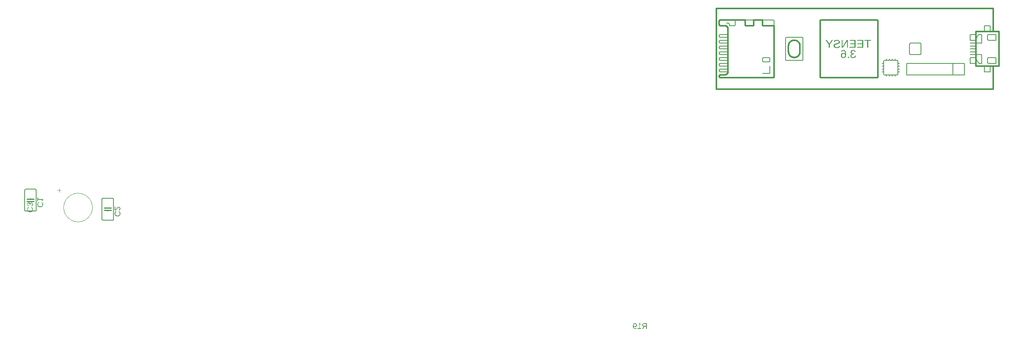
<source format=gbr>
G04 EAGLE Gerber RS-274X export*
G75*
%MOMM*%
%FSLAX34Y34*%
%LPD*%
%INSilkscreen Bottom*%
%IPPOS*%
%AMOC8*
5,1,8,0,0,1.08239X$1,22.5*%
G01*
G04 Define Apertures*
%ADD10C,0.152400*%
%ADD11C,0.254000*%
%ADD12C,0.120000*%
%ADD13C,0.304800*%
%ADD14C,0.127000*%
G36*
X301831Y744407D02*
X302185Y744426D01*
X302529Y744457D01*
X302863Y744501D01*
X303187Y744557D01*
X303501Y744625D01*
X303805Y744706D01*
X304099Y744799D01*
X304383Y744905D01*
X304657Y745024D01*
X305175Y745298D01*
X305654Y745621D01*
X306092Y745995D01*
X306484Y746413D01*
X306824Y746869D01*
X306974Y747111D01*
X307111Y747363D01*
X307235Y747624D01*
X307346Y747896D01*
X307445Y748176D01*
X307529Y748466D01*
X307601Y748766D01*
X307660Y749076D01*
X307706Y749395D01*
X307739Y749723D01*
X307758Y750062D01*
X307765Y750409D01*
X307753Y750892D01*
X307717Y751354D01*
X307656Y751796D01*
X307572Y752218D01*
X307464Y752619D01*
X307331Y753001D01*
X307175Y753362D01*
X306994Y753702D01*
X306790Y754022D01*
X306562Y754320D01*
X306311Y754596D01*
X306037Y754850D01*
X305740Y755082D01*
X305419Y755292D01*
X305075Y755480D01*
X304708Y755647D01*
X304182Y754062D01*
X304444Y753946D01*
X304689Y753814D01*
X304919Y753666D01*
X305133Y753502D01*
X305331Y753322D01*
X305513Y753125D01*
X305679Y752912D01*
X305829Y752682D01*
X305963Y752439D01*
X306078Y752185D01*
X306176Y751919D01*
X306256Y751643D01*
X306318Y751356D01*
X306363Y751057D01*
X306389Y750747D01*
X306398Y750427D01*
X306378Y749929D01*
X306316Y749459D01*
X306213Y749018D01*
X306069Y748605D01*
X305883Y748221D01*
X305657Y747865D01*
X305389Y747538D01*
X305080Y747239D01*
X304735Y746972D01*
X304360Y746741D01*
X303954Y746545D01*
X303518Y746385D01*
X303051Y746260D01*
X302554Y746171D01*
X302026Y746118D01*
X301467Y746100D01*
X300914Y746119D01*
X300389Y746174D01*
X299891Y746267D01*
X299421Y746397D01*
X298979Y746564D01*
X298565Y746768D01*
X298178Y747009D01*
X297819Y747287D01*
X297496Y747597D01*
X297216Y747932D01*
X296979Y748295D01*
X296785Y748683D01*
X296634Y749097D01*
X296526Y749538D01*
X296461Y750004D01*
X296440Y750497D01*
X296450Y750816D01*
X296480Y751125D01*
X296530Y751424D01*
X296600Y751713D01*
X296691Y751991D01*
X296801Y752260D01*
X296931Y752519D01*
X297081Y752767D01*
X297252Y753006D01*
X297442Y753235D01*
X297653Y753453D01*
X297883Y753661D01*
X298134Y753860D01*
X298405Y754048D01*
X298695Y754226D01*
X299006Y754394D01*
X298323Y755761D01*
X297936Y755561D01*
X297574Y755341D01*
X297235Y755102D01*
X296919Y754844D01*
X296628Y754567D01*
X296361Y754270D01*
X296117Y753954D01*
X295897Y753619D01*
X295702Y753267D01*
X295533Y752902D01*
X295390Y752522D01*
X295273Y752129D01*
X295182Y751722D01*
X295117Y751301D01*
X295078Y750867D01*
X295065Y750418D01*
X295077Y749959D01*
X295113Y749517D01*
X295174Y749090D01*
X295259Y748678D01*
X295368Y748283D01*
X295501Y747903D01*
X295658Y747539D01*
X295840Y747190D01*
X296044Y746860D01*
X296269Y746550D01*
X296515Y746260D01*
X296782Y745991D01*
X297069Y745741D01*
X297377Y745512D01*
X297706Y745303D01*
X298056Y745115D01*
X298424Y744947D01*
X298809Y744802D01*
X299211Y744680D01*
X299629Y744579D01*
X300064Y744501D01*
X300515Y744446D01*
X300983Y744412D01*
X301467Y744401D01*
X301831Y744407D01*
G37*
G36*
X296580Y760938D02*
X306074Y760938D01*
X304086Y758153D01*
X305575Y758153D01*
X307581Y761070D01*
X307581Y762523D01*
X296580Y762523D01*
X296580Y765528D01*
X295240Y765528D01*
X295240Y757794D01*
X296580Y757794D01*
X296580Y760938D01*
G37*
G36*
X471831Y724407D02*
X472185Y724426D01*
X472529Y724457D01*
X472863Y724501D01*
X473187Y724557D01*
X473501Y724625D01*
X473805Y724706D01*
X474099Y724799D01*
X474383Y724905D01*
X474657Y725024D01*
X475175Y725298D01*
X475654Y725621D01*
X476092Y725995D01*
X476484Y726413D01*
X476824Y726869D01*
X476974Y727111D01*
X477111Y727363D01*
X477235Y727624D01*
X477346Y727896D01*
X477445Y728176D01*
X477529Y728466D01*
X477601Y728766D01*
X477660Y729076D01*
X477706Y729395D01*
X477739Y729723D01*
X477758Y730062D01*
X477765Y730409D01*
X477753Y730892D01*
X477717Y731354D01*
X477656Y731796D01*
X477572Y732218D01*
X477464Y732619D01*
X477331Y733001D01*
X477175Y733362D01*
X476994Y733702D01*
X476790Y734022D01*
X476562Y734320D01*
X476311Y734596D01*
X476037Y734850D01*
X475740Y735082D01*
X475419Y735292D01*
X475075Y735480D01*
X474708Y735647D01*
X474182Y734062D01*
X474444Y733946D01*
X474689Y733814D01*
X474919Y733666D01*
X475133Y733502D01*
X475331Y733322D01*
X475513Y733125D01*
X475679Y732912D01*
X475829Y732682D01*
X475963Y732439D01*
X476078Y732185D01*
X476176Y731919D01*
X476256Y731643D01*
X476318Y731356D01*
X476363Y731057D01*
X476389Y730747D01*
X476398Y730427D01*
X476378Y729929D01*
X476316Y729459D01*
X476213Y729018D01*
X476069Y728605D01*
X475883Y728221D01*
X475657Y727865D01*
X475389Y727538D01*
X475080Y727239D01*
X474735Y726972D01*
X474360Y726741D01*
X473954Y726545D01*
X473518Y726385D01*
X473051Y726260D01*
X472554Y726171D01*
X472026Y726118D01*
X471467Y726100D01*
X470914Y726119D01*
X470389Y726174D01*
X469891Y726267D01*
X469421Y726397D01*
X468979Y726564D01*
X468565Y726768D01*
X468178Y727009D01*
X467819Y727287D01*
X467496Y727597D01*
X467216Y727932D01*
X466979Y728295D01*
X466785Y728683D01*
X466634Y729097D01*
X466526Y729538D01*
X466461Y730004D01*
X466440Y730497D01*
X466450Y730816D01*
X466480Y731125D01*
X466530Y731424D01*
X466600Y731713D01*
X466691Y731991D01*
X466801Y732260D01*
X466931Y732519D01*
X467081Y732767D01*
X467252Y733006D01*
X467442Y733235D01*
X467653Y733453D01*
X467883Y733661D01*
X468134Y733860D01*
X468405Y734048D01*
X468695Y734226D01*
X469006Y734394D01*
X468323Y735761D01*
X467936Y735561D01*
X467574Y735341D01*
X467235Y735102D01*
X466919Y734844D01*
X466628Y734567D01*
X466361Y734270D01*
X466117Y733954D01*
X465897Y733619D01*
X465702Y733267D01*
X465533Y732902D01*
X465390Y732522D01*
X465273Y732129D01*
X465182Y731722D01*
X465117Y731301D01*
X465078Y730867D01*
X465065Y730418D01*
X465077Y729959D01*
X465113Y729517D01*
X465174Y729090D01*
X465259Y728678D01*
X465368Y728283D01*
X465501Y727903D01*
X465658Y727539D01*
X465840Y727190D01*
X466044Y726860D01*
X466269Y726550D01*
X466515Y726260D01*
X466782Y725991D01*
X467069Y725741D01*
X467377Y725512D01*
X467706Y725303D01*
X468056Y725115D01*
X468424Y724947D01*
X468809Y724802D01*
X469211Y724680D01*
X469629Y724579D01*
X470064Y724501D01*
X470515Y724446D01*
X470983Y724412D01*
X471467Y724401D01*
X471831Y724407D01*
G37*
G36*
X466850Y737565D02*
X467317Y737826D01*
X467754Y738111D01*
X468161Y738420D01*
X468544Y738746D01*
X468908Y739080D01*
X469253Y739423D01*
X469580Y739773D01*
X470192Y740479D01*
X470758Y741179D01*
X471301Y741841D01*
X471844Y742436D01*
X472119Y742703D01*
X472400Y742943D01*
X472688Y743156D01*
X472983Y743342D01*
X473290Y743494D01*
X473618Y743602D01*
X473965Y743667D01*
X474331Y743688D01*
X474578Y743679D01*
X474811Y743651D01*
X475029Y743605D01*
X475233Y743539D01*
X475423Y743456D01*
X475599Y743353D01*
X475761Y743232D01*
X475908Y743093D01*
X476039Y742937D01*
X476153Y742766D01*
X476249Y742581D01*
X476328Y742381D01*
X476390Y742167D01*
X476433Y741938D01*
X476460Y741695D01*
X476468Y741437D01*
X476460Y741191D01*
X476434Y740956D01*
X476391Y740732D01*
X476332Y740519D01*
X476255Y740317D01*
X476161Y740126D01*
X476049Y739946D01*
X475921Y739778D01*
X475777Y739623D01*
X475620Y739485D01*
X475448Y739364D01*
X475263Y739260D01*
X475064Y739172D01*
X474851Y739102D01*
X474624Y739048D01*
X474384Y739011D01*
X474533Y737400D01*
X474893Y737458D01*
X475235Y737544D01*
X475558Y737659D01*
X475862Y737801D01*
X476147Y737973D01*
X476413Y738172D01*
X476660Y738400D01*
X476889Y738657D01*
X477094Y738937D01*
X477272Y739236D01*
X477423Y739555D01*
X477546Y739893D01*
X477642Y740250D01*
X477710Y740626D01*
X477751Y741022D01*
X477765Y741437D01*
X477751Y741890D01*
X477710Y742316D01*
X477641Y742715D01*
X477545Y743087D01*
X477421Y743432D01*
X477270Y743750D01*
X477091Y744042D01*
X476884Y744306D01*
X476653Y744541D01*
X476398Y744745D01*
X476120Y744917D01*
X475819Y745058D01*
X475495Y745168D01*
X475148Y745246D01*
X474777Y745293D01*
X474384Y745309D01*
X474025Y745288D01*
X473668Y745227D01*
X473312Y745124D01*
X472956Y744980D01*
X472602Y744796D01*
X472247Y744572D01*
X471892Y744308D01*
X471537Y744004D01*
X471134Y743606D01*
X470633Y743060D01*
X470035Y742366D01*
X469339Y741525D01*
X468937Y741047D01*
X468556Y740621D01*
X468195Y740246D01*
X467854Y739922D01*
X467527Y739645D01*
X467205Y739410D01*
X466890Y739216D01*
X466580Y739064D01*
X466580Y745501D01*
X465240Y745501D01*
X465240Y737330D01*
X466352Y737330D01*
X466850Y737565D01*
G37*
G36*
X279341Y733653D02*
X279695Y733671D01*
X280039Y733702D01*
X280373Y733746D01*
X280697Y733802D01*
X281011Y733870D01*
X281315Y733951D01*
X281609Y734045D01*
X281893Y734151D01*
X282167Y734269D01*
X282685Y734543D01*
X283164Y734867D01*
X283602Y735240D01*
X283994Y735658D01*
X284334Y736114D01*
X284484Y736356D01*
X284621Y736608D01*
X284745Y736870D01*
X284856Y737141D01*
X284955Y737422D01*
X285039Y737712D01*
X285111Y738012D01*
X285170Y738321D01*
X285216Y738640D01*
X285249Y738969D01*
X285268Y739307D01*
X285275Y739655D01*
X285263Y740137D01*
X285227Y740599D01*
X285166Y741042D01*
X285082Y741463D01*
X284974Y741865D01*
X284841Y742246D01*
X284685Y742607D01*
X284504Y742948D01*
X284300Y743268D01*
X284072Y743565D01*
X283821Y743841D01*
X283547Y744095D01*
X283250Y744327D01*
X282929Y744538D01*
X282585Y744726D01*
X282218Y744892D01*
X281692Y743307D01*
X281954Y743192D01*
X282199Y743060D01*
X282429Y742912D01*
X282643Y742748D01*
X282841Y742567D01*
X283023Y742370D01*
X283189Y742157D01*
X283339Y741927D01*
X283473Y741684D01*
X283588Y741430D01*
X283686Y741165D01*
X283766Y740889D01*
X283828Y740601D01*
X283873Y740303D01*
X283899Y739993D01*
X283908Y739672D01*
X283888Y739174D01*
X283826Y738704D01*
X283723Y738263D01*
X283579Y737850D01*
X283393Y737466D01*
X283167Y737110D01*
X282899Y736783D01*
X282590Y736484D01*
X282245Y736217D01*
X281870Y735986D01*
X281464Y735790D01*
X281028Y735630D01*
X280561Y735506D01*
X280064Y735417D01*
X279536Y735363D01*
X278977Y735345D01*
X278424Y735364D01*
X277899Y735420D01*
X277401Y735512D01*
X276931Y735642D01*
X276489Y735809D01*
X276075Y736013D01*
X275688Y736254D01*
X275329Y736532D01*
X275006Y736842D01*
X274726Y737178D01*
X274489Y737540D01*
X274295Y737928D01*
X274144Y738342D01*
X274036Y738783D01*
X273971Y739250D01*
X273950Y739742D01*
X273960Y740061D01*
X273990Y740370D01*
X274040Y740669D01*
X274110Y740958D01*
X274201Y741237D01*
X274311Y741506D01*
X274441Y741764D01*
X274591Y742013D01*
X274762Y742251D01*
X274952Y742480D01*
X275163Y742698D01*
X275393Y742907D01*
X275644Y743105D01*
X275915Y743293D01*
X276205Y743472D01*
X276516Y743640D01*
X275833Y745006D01*
X275446Y744806D01*
X275084Y744587D01*
X274745Y744348D01*
X274429Y744090D01*
X274138Y743812D01*
X273871Y743516D01*
X273627Y743200D01*
X273407Y742865D01*
X273212Y742513D01*
X273043Y742147D01*
X272900Y741768D01*
X272783Y741375D01*
X272692Y740968D01*
X272627Y740547D01*
X272588Y740112D01*
X272575Y739663D01*
X272587Y739205D01*
X272623Y738762D01*
X272684Y738335D01*
X272769Y737924D01*
X272878Y737528D01*
X273011Y737148D01*
X273168Y736784D01*
X273350Y736436D01*
X273554Y736106D01*
X273779Y735795D01*
X274025Y735506D01*
X274292Y735236D01*
X274579Y734987D01*
X274887Y734758D01*
X275216Y734549D01*
X275566Y734360D01*
X275934Y734193D01*
X276319Y734048D01*
X276721Y733925D01*
X277139Y733825D01*
X277574Y733747D01*
X278025Y733691D01*
X278493Y733657D01*
X278977Y733646D01*
X279341Y733653D01*
G37*
G36*
X276069Y747985D02*
X275804Y748033D01*
X275556Y748096D01*
X275325Y748176D01*
X275112Y748271D01*
X274915Y748383D01*
X274735Y748511D01*
X274573Y748655D01*
X274427Y748815D01*
X274299Y748991D01*
X274188Y749183D01*
X274094Y749392D01*
X274017Y749616D01*
X273957Y749856D01*
X273914Y750113D01*
X273888Y750385D01*
X273880Y750674D01*
X273889Y750964D01*
X273917Y751238D01*
X273962Y751495D01*
X274027Y751737D01*
X274109Y751963D01*
X274210Y752173D01*
X274329Y752366D01*
X274467Y752544D01*
X274622Y752703D01*
X274796Y752841D01*
X274987Y752958D01*
X275196Y753053D01*
X275423Y753127D01*
X275667Y753180D01*
X275929Y753212D01*
X276210Y753223D01*
X276455Y753211D01*
X276686Y753174D01*
X276903Y753114D01*
X277106Y753029D01*
X277296Y752920D01*
X277472Y752787D01*
X277634Y752629D01*
X277782Y752448D01*
X277914Y752243D01*
X278029Y752017D01*
X278126Y751770D01*
X278205Y751501D01*
X278267Y751210D01*
X278311Y750898D01*
X278338Y750565D01*
X278347Y750210D01*
X278347Y749316D01*
X279713Y749316D01*
X279713Y750175D01*
X279722Y750490D01*
X279748Y750787D01*
X279792Y751065D01*
X279854Y751325D01*
X279934Y751568D01*
X280031Y751792D01*
X280146Y751997D01*
X280278Y752185D01*
X280426Y752352D01*
X280588Y752497D01*
X280763Y752620D01*
X280951Y752720D01*
X281153Y752798D01*
X281369Y752854D01*
X281599Y752888D01*
X281841Y752899D01*
X282082Y752890D01*
X282310Y752862D01*
X282525Y752817D01*
X282727Y752753D01*
X282916Y752671D01*
X283092Y752571D01*
X283255Y752453D01*
X283405Y752316D01*
X283539Y752162D01*
X283656Y751990D01*
X283754Y751800D01*
X283835Y751593D01*
X283898Y751368D01*
X283943Y751125D01*
X283969Y750864D01*
X283978Y750586D01*
X283970Y750332D01*
X283945Y750090D01*
X283903Y749861D01*
X283845Y749644D01*
X283770Y749439D01*
X283678Y749247D01*
X283569Y749068D01*
X283444Y748900D01*
X283304Y748748D01*
X283150Y748612D01*
X282982Y748493D01*
X282800Y748391D01*
X282605Y748306D01*
X282396Y748238D01*
X282174Y748186D01*
X281938Y748152D01*
X282060Y746566D01*
X282429Y746624D01*
X282776Y746711D01*
X283103Y746825D01*
X283409Y746968D01*
X283694Y747139D01*
X283959Y747339D01*
X284202Y747567D01*
X284425Y747823D01*
X284624Y748103D01*
X284797Y748403D01*
X284943Y748721D01*
X285062Y749059D01*
X285155Y749416D01*
X285222Y749793D01*
X285261Y750189D01*
X285275Y750604D01*
X285261Y751055D01*
X285221Y751481D01*
X285153Y751880D01*
X285059Y752254D01*
X284938Y752602D01*
X284789Y752924D01*
X284614Y753220D01*
X284412Y753490D01*
X284186Y753731D01*
X283938Y753940D01*
X283670Y754117D01*
X283380Y754262D01*
X283068Y754374D01*
X282736Y754455D01*
X282383Y754503D01*
X282008Y754519D01*
X281719Y754509D01*
X281444Y754478D01*
X281183Y754426D01*
X280936Y754354D01*
X280703Y754261D01*
X280483Y754147D01*
X280277Y754013D01*
X280085Y753858D01*
X279908Y753683D01*
X279745Y753490D01*
X279597Y753277D01*
X279465Y753047D01*
X279347Y752797D01*
X279244Y752528D01*
X279156Y752241D01*
X279082Y751935D01*
X279047Y751935D01*
X279000Y752272D01*
X278934Y752589D01*
X278847Y752887D01*
X278741Y753166D01*
X278615Y753426D01*
X278469Y753666D01*
X278304Y753888D01*
X278119Y754090D01*
X277918Y754271D01*
X277704Y754427D01*
X277478Y754560D01*
X277239Y754668D01*
X276987Y754752D01*
X276723Y754812D01*
X276446Y754849D01*
X276157Y754861D01*
X275742Y754844D01*
X275351Y754793D01*
X274985Y754708D01*
X274642Y754589D01*
X274323Y754436D01*
X274029Y754250D01*
X273758Y754029D01*
X273512Y753775D01*
X273292Y753489D01*
X273102Y753174D01*
X272941Y752829D01*
X272809Y752456D01*
X272707Y752054D01*
X272633Y751623D01*
X272590Y751163D01*
X272575Y750674D01*
X272588Y750217D01*
X272628Y749784D01*
X272694Y749375D01*
X272786Y748989D01*
X272905Y748627D01*
X273050Y748289D01*
X273222Y747974D01*
X273420Y747683D01*
X273644Y747418D01*
X273893Y747181D01*
X274168Y746973D01*
X274468Y746793D01*
X274793Y746641D01*
X275144Y746518D01*
X275519Y746423D01*
X275921Y746356D01*
X276069Y747985D01*
G37*
G36*
X1631661Y481474D02*
X1635506Y481474D01*
X1635506Y476350D01*
X1637179Y476350D01*
X1637179Y488691D01*
X1631372Y488691D01*
X1630865Y488676D01*
X1630389Y488632D01*
X1629942Y488560D01*
X1629525Y488458D01*
X1629137Y488326D01*
X1628779Y488166D01*
X1628451Y487977D01*
X1628153Y487758D01*
X1627887Y487513D01*
X1627657Y487246D01*
X1627462Y486956D01*
X1627302Y486642D01*
X1627178Y486306D01*
X1627090Y485947D01*
X1627036Y485566D01*
X1627019Y485161D01*
X1627031Y484824D01*
X1627069Y484501D01*
X1627131Y484191D01*
X1627219Y483895D01*
X1627332Y483613D01*
X1627469Y483345D01*
X1627632Y483090D01*
X1627820Y482849D01*
X1628030Y482625D01*
X1628259Y482424D01*
X1628507Y482243D01*
X1628618Y482177D01*
X1628774Y482085D01*
X1629060Y481948D01*
X1629365Y481832D01*
X1629689Y481739D01*
X1630032Y481666D01*
X1628540Y479403D01*
X1626528Y476350D01*
X1628455Y476350D01*
X1631661Y481474D01*
G37*
%LPC*%
G36*
X1631468Y482796D02*
X1631147Y482806D01*
X1630844Y482835D01*
X1630560Y482883D01*
X1630295Y482951D01*
X1630049Y483037D01*
X1629822Y483144D01*
X1629613Y483269D01*
X1629423Y483414D01*
X1629254Y483576D01*
X1629107Y483753D01*
X1628983Y483946D01*
X1628881Y484155D01*
X1628802Y484379D01*
X1628745Y484618D01*
X1628712Y484873D01*
X1628700Y485144D01*
X1628712Y485405D01*
X1628746Y485650D01*
X1628803Y485880D01*
X1628883Y486093D01*
X1628986Y486290D01*
X1629112Y486471D01*
X1629260Y486637D01*
X1629432Y486786D01*
X1629625Y486918D01*
X1629838Y487033D01*
X1630071Y487130D01*
X1630324Y487210D01*
X1630597Y487271D01*
X1630891Y487315D01*
X1631204Y487342D01*
X1631538Y487351D01*
X1635506Y487351D01*
X1635506Y482796D01*
X1631468Y482796D01*
G37*
%LPD*%
G36*
X1611437Y476184D02*
X1611771Y476213D01*
X1612087Y476260D01*
X1612386Y476327D01*
X1612667Y476413D01*
X1612929Y476517D01*
X1613174Y476641D01*
X1613401Y476784D01*
X1613611Y476947D01*
X1613806Y477135D01*
X1613985Y477345D01*
X1614149Y477579D01*
X1614297Y477837D01*
X1614430Y478118D01*
X1614547Y478422D01*
X1614649Y478750D01*
X1613142Y478986D01*
X1613006Y478625D01*
X1612835Y478312D01*
X1612628Y478047D01*
X1612385Y477830D01*
X1612107Y477662D01*
X1611793Y477541D01*
X1611443Y477469D01*
X1611255Y477451D01*
X1611058Y477445D01*
X1610728Y477465D01*
X1610417Y477524D01*
X1610126Y477622D01*
X1609854Y477760D01*
X1609600Y477937D01*
X1609366Y478154D01*
X1609152Y478410D01*
X1608956Y478706D01*
X1608781Y479038D01*
X1608628Y479404D01*
X1608497Y479803D01*
X1608389Y480237D01*
X1608302Y480703D01*
X1608238Y481204D01*
X1608196Y481738D01*
X1608176Y482306D01*
X1608272Y482114D01*
X1608383Y481931D01*
X1608509Y481758D01*
X1608652Y481595D01*
X1608809Y481442D01*
X1608983Y481298D01*
X1609172Y481164D01*
X1609376Y481040D01*
X1609591Y480928D01*
X1609812Y480831D01*
X1610037Y480749D01*
X1610268Y480682D01*
X1610503Y480630D01*
X1610744Y480593D01*
X1610990Y480570D01*
X1611242Y480563D01*
X1611648Y480581D01*
X1612032Y480634D01*
X1612396Y480723D01*
X1612740Y480848D01*
X1613062Y481008D01*
X1613364Y481203D01*
X1613644Y481435D01*
X1613904Y481701D01*
X1614139Y481998D01*
X1614341Y482317D01*
X1614513Y482660D01*
X1614653Y483026D01*
X1614763Y483416D01*
X1614841Y483828D01*
X1614887Y484264D01*
X1614903Y484723D01*
X1614886Y485194D01*
X1614835Y485639D01*
X1614750Y486059D01*
X1614631Y486452D01*
X1614479Y486819D01*
X1614292Y487161D01*
X1614071Y487477D01*
X1613817Y487767D01*
X1613532Y488026D01*
X1613221Y488251D01*
X1612883Y488442D01*
X1612518Y488598D01*
X1612127Y488719D01*
X1611710Y488805D01*
X1611266Y488857D01*
X1610795Y488875D01*
X1610542Y488869D01*
X1610296Y488851D01*
X1609828Y488779D01*
X1609392Y488660D01*
X1608987Y488494D01*
X1608612Y488279D01*
X1608269Y488017D01*
X1607958Y487708D01*
X1607677Y487351D01*
X1607429Y486946D01*
X1607214Y486493D01*
X1607031Y485992D01*
X1606882Y485444D01*
X1606766Y484847D01*
X1606684Y484203D01*
X1606634Y483510D01*
X1606617Y482770D01*
X1606636Y481998D01*
X1606690Y481272D01*
X1606781Y480592D01*
X1606908Y479959D01*
X1607071Y479371D01*
X1607270Y478829D01*
X1607506Y478333D01*
X1607778Y477883D01*
X1608083Y477482D01*
X1608420Y477136D01*
X1608787Y476842D01*
X1609185Y476602D01*
X1609613Y476415D01*
X1609839Y476342D01*
X1610073Y476282D01*
X1610314Y476235D01*
X1610563Y476202D01*
X1610820Y476182D01*
X1611084Y476175D01*
X1611437Y476184D01*
G37*
%LPC*%
G36*
X1610530Y481826D02*
X1610206Y481884D01*
X1609895Y481981D01*
X1609595Y482118D01*
X1609317Y482289D01*
X1609071Y482493D01*
X1608855Y482729D01*
X1608671Y482998D01*
X1608524Y483292D01*
X1608418Y483606D01*
X1608355Y483940D01*
X1608334Y484294D01*
X1608345Y484657D01*
X1608377Y485002D01*
X1608430Y485329D01*
X1608505Y485637D01*
X1608601Y485928D01*
X1608718Y486200D01*
X1608857Y486454D01*
X1609017Y486689D01*
X1609195Y486902D01*
X1609388Y487086D01*
X1609595Y487242D01*
X1609816Y487369D01*
X1610053Y487468D01*
X1610303Y487539D01*
X1610568Y487582D01*
X1610848Y487596D01*
X1611125Y487584D01*
X1611387Y487548D01*
X1611634Y487487D01*
X1611866Y487402D01*
X1612083Y487293D01*
X1612285Y487160D01*
X1612472Y487003D01*
X1612643Y486821D01*
X1612797Y486619D01*
X1612931Y486399D01*
X1613044Y486163D01*
X1613136Y485909D01*
X1613208Y485638D01*
X1613259Y485350D01*
X1613290Y485045D01*
X1613300Y484723D01*
X1613290Y484395D01*
X1613259Y484084D01*
X1613208Y483791D01*
X1613136Y483516D01*
X1613044Y483258D01*
X1612931Y483018D01*
X1612797Y482795D01*
X1612643Y482590D01*
X1612472Y482407D01*
X1612286Y482248D01*
X1612085Y482113D01*
X1611870Y482003D01*
X1611641Y481917D01*
X1611397Y481856D01*
X1611138Y481819D01*
X1610865Y481807D01*
X1610530Y481826D01*
G37*
%LPD*%
G36*
X1624346Y477690D02*
X1621202Y477690D01*
X1621202Y487184D01*
X1623987Y485196D01*
X1623987Y486685D01*
X1621071Y488691D01*
X1619617Y488691D01*
X1619617Y477690D01*
X1616612Y477690D01*
X1616612Y476350D01*
X1624346Y476350D01*
X1624346Y477690D01*
G37*
G36*
X2070285Y1073183D02*
X2070634Y1073208D01*
X2070972Y1073251D01*
X2071299Y1073310D01*
X2071616Y1073387D01*
X2071922Y1073480D01*
X2072217Y1073590D01*
X2072501Y1073717D01*
X2072775Y1073862D01*
X2073038Y1074023D01*
X2073290Y1074201D01*
X2073532Y1074396D01*
X2073763Y1074608D01*
X2073983Y1074837D01*
X2074192Y1075083D01*
X2074391Y1075346D01*
X2074578Y1075625D01*
X2074753Y1075920D01*
X2074916Y1076230D01*
X2075067Y1076555D01*
X2075206Y1076896D01*
X2075333Y1077252D01*
X2075447Y1077624D01*
X2075550Y1078011D01*
X2075641Y1078414D01*
X2075719Y1078832D01*
X2075786Y1079265D01*
X2075840Y1079714D01*
X2075882Y1080178D01*
X2075912Y1080658D01*
X2075930Y1081153D01*
X2075937Y1081664D01*
X2075930Y1082217D01*
X2075911Y1082754D01*
X2075880Y1083274D01*
X2075836Y1083779D01*
X2075780Y1084267D01*
X2075711Y1084738D01*
X2075629Y1085194D01*
X2075535Y1085633D01*
X2075428Y1086056D01*
X2075309Y1086462D01*
X2075177Y1086852D01*
X2075033Y1087226D01*
X2074876Y1087584D01*
X2074706Y1087925D01*
X2074524Y1088250D01*
X2074329Y1088559D01*
X2074123Y1088850D01*
X2073906Y1089122D01*
X2073679Y1089376D01*
X2073441Y1089611D01*
X2073192Y1089827D01*
X2072933Y1090024D01*
X2072663Y1090202D01*
X2072382Y1090362D01*
X2072091Y1090503D01*
X2071789Y1090625D01*
X2071476Y1090728D01*
X2071153Y1090813D01*
X2070819Y1090879D01*
X2070474Y1090926D01*
X2070119Y1090954D01*
X2069753Y1090963D01*
X2069276Y1090949D01*
X2068820Y1090908D01*
X2068388Y1090839D01*
X2067978Y1090743D01*
X2067590Y1090619D01*
X2067225Y1090468D01*
X2066883Y1090289D01*
X2066564Y1090083D01*
X2066267Y1089849D01*
X2065992Y1089588D01*
X2065741Y1089299D01*
X2065512Y1088983D01*
X2065305Y1088639D01*
X2065121Y1088267D01*
X2064960Y1087869D01*
X2064822Y1087442D01*
X2066932Y1087062D01*
X2067019Y1087317D01*
X2067118Y1087557D01*
X2067230Y1087779D01*
X2067353Y1087985D01*
X2067489Y1088175D01*
X2067637Y1088348D01*
X2067797Y1088504D01*
X2067968Y1088645D01*
X2068152Y1088768D01*
X2068348Y1088875D01*
X2068556Y1088966D01*
X2068777Y1089040D01*
X2069009Y1089098D01*
X2069253Y1089139D01*
X2069509Y1089164D01*
X2069778Y1089172D01*
X2070011Y1089165D01*
X2070237Y1089145D01*
X2070456Y1089110D01*
X2070669Y1089062D01*
X2070875Y1089000D01*
X2071075Y1088925D01*
X2071454Y1088732D01*
X2071807Y1088484D01*
X2072132Y1088182D01*
X2072431Y1087824D01*
X2072704Y1087412D01*
X2072947Y1086947D01*
X2073157Y1086433D01*
X2073336Y1085870D01*
X2073481Y1085257D01*
X2073595Y1084595D01*
X2073676Y1083884D01*
X2073724Y1083124D01*
X2073741Y1082314D01*
X2073583Y1082585D01*
X2073409Y1082839D01*
X2073221Y1083076D01*
X2073017Y1083297D01*
X2072797Y1083501D01*
X2072563Y1083689D01*
X2072313Y1083859D01*
X2072048Y1084013D01*
X2071770Y1084150D01*
X2071482Y1084268D01*
X2071184Y1084368D01*
X2070876Y1084450D01*
X2070558Y1084514D01*
X2070230Y1084560D01*
X2069893Y1084587D01*
X2069545Y1084596D01*
X2068962Y1084573D01*
X2068410Y1084503D01*
X2067890Y1084386D01*
X2067399Y1084222D01*
X2066940Y1084011D01*
X2066512Y1083754D01*
X2066115Y1083450D01*
X2065748Y1083099D01*
X2065419Y1082709D01*
X2065133Y1082287D01*
X2064892Y1081832D01*
X2064694Y1081345D01*
X2064541Y1080826D01*
X2064431Y1080275D01*
X2064365Y1079691D01*
X2064343Y1079075D01*
X2064366Y1078410D01*
X2064436Y1077780D01*
X2064552Y1077186D01*
X2064714Y1076628D01*
X2064923Y1076106D01*
X2065178Y1075620D01*
X2065480Y1075171D01*
X2065828Y1074757D01*
X2066216Y1074386D01*
X2066640Y1074065D01*
X2067100Y1073793D01*
X2067594Y1073570D01*
X2068124Y1073397D01*
X2068402Y1073329D01*
X2068689Y1073273D01*
X2068985Y1073230D01*
X2069290Y1073199D01*
X2069603Y1073181D01*
X2069925Y1073175D01*
X2070285Y1073183D01*
G37*
%LPC*%
G36*
X2069611Y1074970D02*
X2069244Y1075020D01*
X2068899Y1075104D01*
X2068576Y1075222D01*
X2068274Y1075373D01*
X2067993Y1075557D01*
X2067734Y1075775D01*
X2067496Y1076027D01*
X2067283Y1076308D01*
X2067099Y1076614D01*
X2066943Y1076945D01*
X2066815Y1077301D01*
X2066716Y1077683D01*
X2066645Y1078089D01*
X2066602Y1078521D01*
X2066588Y1078977D01*
X2066603Y1079433D01*
X2066646Y1079862D01*
X2066718Y1080264D01*
X2066818Y1080640D01*
X2066948Y1080988D01*
X2067106Y1081310D01*
X2067293Y1081605D01*
X2067508Y1081873D01*
X2067750Y1082111D01*
X2068014Y1082318D01*
X2068300Y1082493D01*
X2068609Y1082636D01*
X2068941Y1082748D01*
X2069296Y1082827D01*
X2069673Y1082875D01*
X2070072Y1082891D01*
X2070450Y1082877D01*
X2070808Y1082834D01*
X2071148Y1082764D01*
X2071469Y1082665D01*
X2071772Y1082539D01*
X2072056Y1082384D01*
X2072322Y1082200D01*
X2072569Y1081989D01*
X2072792Y1081753D01*
X2072985Y1081496D01*
X2073148Y1081217D01*
X2073282Y1080917D01*
X2073386Y1080596D01*
X2073460Y1080254D01*
X2073505Y1079890D01*
X2073520Y1079505D01*
X2073504Y1079016D01*
X2073458Y1078550D01*
X2073381Y1078107D01*
X2073273Y1077686D01*
X2073134Y1077288D01*
X2072964Y1076912D01*
X2072764Y1076560D01*
X2072532Y1076229D01*
X2072277Y1075930D01*
X2072003Y1075671D01*
X2071713Y1075452D01*
X2071405Y1075272D01*
X2071080Y1075133D01*
X2070737Y1075033D01*
X2070377Y1074973D01*
X2069999Y1074953D01*
X2069611Y1074970D01*
G37*
%LPD*%
G36*
X2078080Y1110367D02*
X2078019Y1109177D01*
X2077957Y1107128D01*
X2077957Y1095645D01*
X2080043Y1095645D01*
X2080043Y1112931D01*
X2077319Y1112931D01*
X2067971Y1098111D01*
X2068082Y1100184D01*
X2068109Y1100972D01*
X2068118Y1101595D01*
X2068118Y1112931D01*
X2066008Y1112931D01*
X2066008Y1095645D01*
X2068830Y1095645D01*
X2078080Y1110367D01*
G37*
G36*
X2096793Y1112931D02*
X2083678Y1112931D01*
X2083678Y1111017D01*
X2094450Y1111017D01*
X2094450Y1105472D01*
X2084414Y1105472D01*
X2084414Y1103582D01*
X2094450Y1103582D01*
X2094450Y1097559D01*
X2083175Y1097559D01*
X2083175Y1095645D01*
X2096793Y1095645D01*
X2096793Y1112931D01*
G37*
G36*
X2113543Y1112931D02*
X2100428Y1112931D01*
X2100428Y1111017D01*
X2111200Y1111017D01*
X2111200Y1105472D01*
X2101164Y1105472D01*
X2101164Y1103582D01*
X2111200Y1103582D01*
X2111200Y1097559D01*
X2099925Y1097559D01*
X2099925Y1095645D01*
X2113543Y1095645D01*
X2113543Y1112931D01*
G37*
G36*
X2056252Y1095417D02*
X2056979Y1095468D01*
X2057665Y1095554D01*
X2058310Y1095674D01*
X2058913Y1095828D01*
X2059474Y1096017D01*
X2059994Y1096240D01*
X2060473Y1096498D01*
X2060910Y1096789D01*
X2061305Y1097115D01*
X2061659Y1097475D01*
X2061972Y1097870D01*
X2062243Y1098299D01*
X2062472Y1098762D01*
X2062660Y1099260D01*
X2062807Y1099791D01*
X2060537Y1100245D01*
X2060425Y1099869D01*
X2060286Y1099518D01*
X2060119Y1099193D01*
X2059924Y1098894D01*
X2059701Y1098621D01*
X2059452Y1098374D01*
X2059174Y1098153D01*
X2058869Y1097957D01*
X2058535Y1097786D01*
X2058173Y1097638D01*
X2057782Y1097513D01*
X2057363Y1097410D01*
X2056915Y1097330D01*
X2056437Y1097273D01*
X2055932Y1097239D01*
X2055397Y1097227D01*
X2054846Y1097240D01*
X2054327Y1097276D01*
X2053840Y1097337D01*
X2053386Y1097422D01*
X2052965Y1097532D01*
X2052576Y1097666D01*
X2052219Y1097824D01*
X2051894Y1098006D01*
X2051605Y1098213D01*
X2051355Y1098442D01*
X2051143Y1098693D01*
X2050970Y1098968D01*
X2050835Y1099265D01*
X2050738Y1099586D01*
X2050681Y1099929D01*
X2050661Y1100294D01*
X2050667Y1100501D01*
X2050686Y1100698D01*
X2050716Y1100884D01*
X2050758Y1101061D01*
X2050879Y1101385D01*
X2051048Y1101668D01*
X2051261Y1101921D01*
X2051513Y1102150D01*
X2051804Y1102356D01*
X2052134Y1102540D01*
X2052500Y1102704D01*
X2052900Y1102855D01*
X2053334Y1102993D01*
X2053802Y1103116D01*
X2055949Y1103619D01*
X2056912Y1103846D01*
X2057751Y1104073D01*
X2058467Y1104300D01*
X2059059Y1104527D01*
X2059562Y1104760D01*
X2060008Y1105007D01*
X2060399Y1105266D01*
X2060734Y1105539D01*
X2061022Y1105830D01*
X2061275Y1106145D01*
X2061491Y1106483D01*
X2061672Y1106846D01*
X2061814Y1107234D01*
X2061916Y1107649D01*
X2061977Y1108092D01*
X2061997Y1108563D01*
X2061990Y1108837D01*
X2061971Y1109102D01*
X2061937Y1109360D01*
X2061891Y1109610D01*
X2061831Y1109852D01*
X2061758Y1110085D01*
X2061572Y1110529D01*
X2061333Y1110941D01*
X2061041Y1111321D01*
X2060696Y1111669D01*
X2060298Y1111986D01*
X2059850Y1112268D01*
X2059357Y1112512D01*
X2058817Y1112719D01*
X2058232Y1112888D01*
X2057601Y1113019D01*
X2056925Y1113113D01*
X2056202Y1113169D01*
X2055434Y1113188D01*
X2054719Y1113174D01*
X2054048Y1113132D01*
X2053420Y1113061D01*
X2052836Y1112963D01*
X2052295Y1112836D01*
X2051797Y1112681D01*
X2051343Y1112498D01*
X2050931Y1112287D01*
X2050556Y1112041D01*
X2050211Y1111756D01*
X2049894Y1111432D01*
X2049606Y1111067D01*
X2049348Y1110663D01*
X2049119Y1110220D01*
X2048919Y1109736D01*
X2048748Y1109213D01*
X2051054Y1108809D01*
X2051160Y1109140D01*
X2051287Y1109448D01*
X2051436Y1109733D01*
X2051606Y1109994D01*
X2051798Y1110231D01*
X2052011Y1110445D01*
X2052246Y1110635D01*
X2052502Y1110802D01*
X2052781Y1110947D01*
X2053087Y1111073D01*
X2053418Y1111180D01*
X2053774Y1111267D01*
X2054157Y1111334D01*
X2054565Y1111383D01*
X2054999Y1111412D01*
X2055458Y1111422D01*
X2055961Y1111411D01*
X2056434Y1111379D01*
X2056875Y1111325D01*
X2057286Y1111250D01*
X2057666Y1111153D01*
X2058016Y1111035D01*
X2058335Y1110896D01*
X2058623Y1110735D01*
X2058879Y1110552D01*
X2059101Y1110349D01*
X2059289Y1110124D01*
X2059442Y1109879D01*
X2059562Y1109612D01*
X2059647Y1109325D01*
X2059698Y1109016D01*
X2059715Y1108686D01*
X2059709Y1108491D01*
X2059689Y1108304D01*
X2059656Y1108127D01*
X2059609Y1107957D01*
X2059550Y1107797D01*
X2059477Y1107645D01*
X2059292Y1107367D01*
X2059057Y1107116D01*
X2058775Y1106885D01*
X2058447Y1106675D01*
X2058071Y1106484D01*
X2057574Y1106292D01*
X2056878Y1106080D01*
X2055985Y1105848D01*
X2054894Y1105594D01*
X2053305Y1105220D01*
X2052531Y1105012D01*
X2051790Y1104766D01*
X2051089Y1104479D01*
X2050434Y1104147D01*
X2050129Y1103959D01*
X2049844Y1103751D01*
X2049580Y1103523D01*
X2049336Y1103276D01*
X2049116Y1103006D01*
X2048921Y1102714D01*
X2048751Y1102399D01*
X2048607Y1102061D01*
X2048491Y1101696D01*
X2048409Y1101300D01*
X2048359Y1100874D01*
X2048343Y1100417D01*
X2048350Y1100122D01*
X2048372Y1099836D01*
X2048409Y1099558D01*
X2048460Y1099288D01*
X2048525Y1099027D01*
X2048606Y1098775D01*
X2048701Y1098531D01*
X2048810Y1098295D01*
X2048935Y1098067D01*
X2049074Y1097849D01*
X2049227Y1097638D01*
X2049395Y1097436D01*
X2049775Y1097057D01*
X2050214Y1096712D01*
X2050705Y1096405D01*
X2051245Y1096138D01*
X2051832Y1095912D01*
X2052466Y1095728D01*
X2053149Y1095584D01*
X2053879Y1095482D01*
X2054657Y1095420D01*
X2055483Y1095400D01*
X2056252Y1095417D01*
G37*
G36*
X2091785Y1073193D02*
X2092391Y1073249D01*
X2092965Y1073341D01*
X2093505Y1073470D01*
X2094012Y1073637D01*
X2094486Y1073840D01*
X2094927Y1074081D01*
X2095334Y1074358D01*
X2095706Y1074672D01*
X2096037Y1075021D01*
X2096329Y1075406D01*
X2096581Y1075826D01*
X2096794Y1076281D01*
X2096966Y1076773D01*
X2097100Y1077299D01*
X2097193Y1077861D01*
X2094911Y1078069D01*
X2094845Y1077698D01*
X2094756Y1077351D01*
X2094644Y1077027D01*
X2094510Y1076728D01*
X2094354Y1076452D01*
X2094174Y1076201D01*
X2093973Y1075973D01*
X2093749Y1075769D01*
X2093502Y1075590D01*
X2093233Y1075434D01*
X2092941Y1075302D01*
X2092627Y1075194D01*
X2092290Y1075110D01*
X2091931Y1075050D01*
X2091549Y1075014D01*
X2091145Y1075002D01*
X2090739Y1075015D01*
X2090355Y1075054D01*
X2089994Y1075118D01*
X2089656Y1075208D01*
X2089340Y1075324D01*
X2089046Y1075465D01*
X2088775Y1075632D01*
X2088526Y1075824D01*
X2088303Y1076042D01*
X2088110Y1076285D01*
X2087946Y1076553D01*
X2087813Y1076846D01*
X2087709Y1077163D01*
X2087634Y1077506D01*
X2087590Y1077873D01*
X2087575Y1078266D01*
X2087592Y1078609D01*
X2087643Y1078932D01*
X2087728Y1079237D01*
X2087846Y1079522D01*
X2087999Y1079787D01*
X2088186Y1080034D01*
X2088406Y1080260D01*
X2088661Y1080468D01*
X2088947Y1080653D01*
X2089264Y1080814D01*
X2089610Y1080950D01*
X2089987Y1081061D01*
X2090394Y1081148D01*
X2090831Y1081210D01*
X2091298Y1081247D01*
X2091795Y1081259D01*
X2093046Y1081259D01*
X2093046Y1083173D01*
X2091844Y1083173D01*
X2091403Y1083185D01*
X2090987Y1083222D01*
X2090597Y1083284D01*
X2090232Y1083371D01*
X2089893Y1083482D01*
X2089580Y1083618D01*
X2089291Y1083779D01*
X2089029Y1083964D01*
X2088794Y1084172D01*
X2088591Y1084398D01*
X2088419Y1084643D01*
X2088279Y1084907D01*
X2088169Y1085191D01*
X2088091Y1085493D01*
X2088044Y1085814D01*
X2088029Y1086154D01*
X2088041Y1086492D01*
X2088080Y1086811D01*
X2088143Y1087112D01*
X2088233Y1087395D01*
X2088347Y1087659D01*
X2088488Y1087906D01*
X2088653Y1088134D01*
X2088845Y1088344D01*
X2089061Y1088532D01*
X2089302Y1088696D01*
X2089568Y1088834D01*
X2089858Y1088947D01*
X2090173Y1089035D01*
X2090513Y1089097D01*
X2090878Y1089135D01*
X2091268Y1089148D01*
X2091624Y1089136D01*
X2091963Y1089101D01*
X2092284Y1089042D01*
X2092588Y1088960D01*
X2092874Y1088855D01*
X2093143Y1088727D01*
X2093395Y1088575D01*
X2093629Y1088399D01*
X2093843Y1088203D01*
X2094033Y1087987D01*
X2094199Y1087752D01*
X2094342Y1087497D01*
X2094462Y1087224D01*
X2094557Y1086932D01*
X2094629Y1086620D01*
X2094678Y1086289D01*
X2096899Y1086461D01*
X2096817Y1086977D01*
X2096697Y1087464D01*
X2096536Y1087921D01*
X2096336Y1088350D01*
X2096096Y1088750D01*
X2095816Y1089120D01*
X2095497Y1089461D01*
X2095138Y1089773D01*
X2094746Y1090052D01*
X2094326Y1090294D01*
X2093880Y1090498D01*
X2093407Y1090666D01*
X2092906Y1090796D01*
X2092379Y1090889D01*
X2091824Y1090945D01*
X2091243Y1090963D01*
X2090611Y1090944D01*
X2090015Y1090888D01*
X2089455Y1090793D01*
X2088932Y1090661D01*
X2088445Y1090491D01*
X2087994Y1090283D01*
X2087579Y1090038D01*
X2087201Y1089755D01*
X2086863Y1089438D01*
X2086570Y1089091D01*
X2086322Y1088715D01*
X2086120Y1088309D01*
X2085962Y1087873D01*
X2085849Y1087407D01*
X2085782Y1086912D01*
X2085759Y1086387D01*
X2085774Y1085983D01*
X2085817Y1085598D01*
X2085889Y1085232D01*
X2085991Y1084886D01*
X2086121Y1084559D01*
X2086280Y1084251D01*
X2086468Y1083963D01*
X2086685Y1083694D01*
X2086930Y1083446D01*
X2087201Y1083218D01*
X2087498Y1083011D01*
X2087822Y1082825D01*
X2088171Y1082660D01*
X2088547Y1082515D01*
X2088950Y1082392D01*
X2089378Y1082290D01*
X2089378Y1082241D01*
X2088907Y1082175D01*
X2088463Y1082081D01*
X2088045Y1081960D01*
X2087655Y1081811D01*
X2087291Y1081635D01*
X2086954Y1081431D01*
X2086644Y1081199D01*
X2086360Y1080940D01*
X2086107Y1080658D01*
X2085888Y1080359D01*
X2085702Y1080042D01*
X2085551Y1079707D01*
X2085433Y1079355D01*
X2085348Y1078985D01*
X2085298Y1078597D01*
X2085281Y1078192D01*
X2085287Y1077897D01*
X2085304Y1077611D01*
X2085376Y1077063D01*
X2085495Y1076550D01*
X2085661Y1076070D01*
X2085875Y1075624D01*
X2086136Y1075211D01*
X2086445Y1074832D01*
X2086802Y1074487D01*
X2087203Y1074180D01*
X2087644Y1073913D01*
X2088126Y1073687D01*
X2088648Y1073503D01*
X2089211Y1073359D01*
X2089815Y1073257D01*
X2090460Y1073195D01*
X2091145Y1073175D01*
X2091785Y1073193D01*
G37*
G36*
X2039996Y1102809D02*
X2046646Y1112931D01*
X2044069Y1112931D01*
X2038806Y1104699D01*
X2033568Y1112931D01*
X2030992Y1112931D01*
X2037665Y1102809D01*
X2037665Y1095645D01*
X2039996Y1095645D01*
X2039996Y1102809D01*
G37*
G36*
X2124446Y1111017D02*
X2130383Y1111017D01*
X2130383Y1112931D01*
X2116177Y1112931D01*
X2116177Y1111017D01*
X2122115Y1111017D01*
X2122115Y1095645D01*
X2124446Y1095645D01*
X2124446Y1111017D01*
G37*
G36*
X2081887Y1076107D02*
X2079495Y1076107D01*
X2079495Y1073420D01*
X2081887Y1073420D01*
X2081887Y1076107D01*
G37*
D10*
X292700Y738410D02*
X292700Y781590D01*
X267300Y781590D02*
X267300Y738410D01*
X269840Y784130D02*
X290160Y784130D01*
X290160Y735870D02*
X269840Y735870D01*
X292700Y781590D02*
X292698Y781690D01*
X292692Y781789D01*
X292682Y781889D01*
X292669Y781987D01*
X292651Y782086D01*
X292630Y782183D01*
X292605Y782279D01*
X292576Y782375D01*
X292543Y782469D01*
X292507Y782562D01*
X292467Y782653D01*
X292423Y782743D01*
X292376Y782831D01*
X292326Y782917D01*
X292272Y783001D01*
X292215Y783083D01*
X292155Y783162D01*
X292091Y783240D01*
X292025Y783314D01*
X291956Y783386D01*
X291884Y783455D01*
X291810Y783521D01*
X291732Y783585D01*
X291653Y783645D01*
X291571Y783702D01*
X291487Y783756D01*
X291401Y783806D01*
X291313Y783853D01*
X291223Y783897D01*
X291132Y783937D01*
X291039Y783973D01*
X290945Y784006D01*
X290849Y784035D01*
X290753Y784060D01*
X290656Y784081D01*
X290557Y784099D01*
X290459Y784112D01*
X290359Y784122D01*
X290260Y784128D01*
X290160Y784130D01*
X292700Y738410D02*
X292698Y738310D01*
X292692Y738211D01*
X292682Y738111D01*
X292669Y738013D01*
X292651Y737914D01*
X292630Y737817D01*
X292605Y737721D01*
X292576Y737625D01*
X292543Y737531D01*
X292507Y737438D01*
X292467Y737347D01*
X292423Y737257D01*
X292376Y737169D01*
X292326Y737083D01*
X292272Y736999D01*
X292215Y736917D01*
X292155Y736838D01*
X292091Y736760D01*
X292025Y736686D01*
X291956Y736614D01*
X291884Y736545D01*
X291810Y736479D01*
X291732Y736415D01*
X291653Y736355D01*
X291571Y736298D01*
X291487Y736244D01*
X291401Y736194D01*
X291313Y736147D01*
X291223Y736103D01*
X291132Y736063D01*
X291039Y736027D01*
X290945Y735994D01*
X290849Y735965D01*
X290753Y735940D01*
X290656Y735919D01*
X290557Y735901D01*
X290459Y735888D01*
X290359Y735878D01*
X290260Y735872D01*
X290160Y735870D01*
X267300Y781590D02*
X267302Y781690D01*
X267308Y781789D01*
X267318Y781889D01*
X267331Y781987D01*
X267349Y782086D01*
X267370Y782183D01*
X267395Y782279D01*
X267424Y782375D01*
X267457Y782469D01*
X267493Y782562D01*
X267533Y782653D01*
X267577Y782743D01*
X267624Y782831D01*
X267674Y782917D01*
X267728Y783001D01*
X267785Y783083D01*
X267845Y783162D01*
X267909Y783240D01*
X267975Y783314D01*
X268044Y783386D01*
X268116Y783455D01*
X268190Y783521D01*
X268268Y783585D01*
X268347Y783645D01*
X268429Y783702D01*
X268513Y783756D01*
X268599Y783806D01*
X268687Y783853D01*
X268777Y783897D01*
X268868Y783937D01*
X268961Y783973D01*
X269055Y784006D01*
X269151Y784035D01*
X269247Y784060D01*
X269344Y784081D01*
X269443Y784099D01*
X269541Y784112D01*
X269641Y784122D01*
X269740Y784128D01*
X269840Y784130D01*
X267300Y738410D02*
X267302Y738310D01*
X267308Y738211D01*
X267318Y738111D01*
X267331Y738013D01*
X267349Y737914D01*
X267370Y737817D01*
X267395Y737721D01*
X267424Y737625D01*
X267457Y737531D01*
X267493Y737438D01*
X267533Y737347D01*
X267577Y737257D01*
X267624Y737169D01*
X267674Y737083D01*
X267728Y736999D01*
X267785Y736917D01*
X267845Y736838D01*
X267909Y736760D01*
X267975Y736686D01*
X268044Y736614D01*
X268116Y736545D01*
X268190Y736479D01*
X268268Y736415D01*
X268347Y736355D01*
X268429Y736298D01*
X268513Y736244D01*
X268599Y736194D01*
X268687Y736147D01*
X268777Y736103D01*
X268868Y736063D01*
X268961Y736027D01*
X269055Y735994D01*
X269151Y735965D01*
X269247Y735940D01*
X269344Y735919D01*
X269443Y735901D01*
X269541Y735888D01*
X269641Y735878D01*
X269740Y735872D01*
X269840Y735870D01*
X280000Y762540D02*
X280000Y763810D01*
D11*
X280000Y762540D02*
X287620Y762540D01*
X280000Y762540D02*
X272380Y762540D01*
X280000Y757460D02*
X287620Y757460D01*
X280000Y757460D02*
X272380Y757460D01*
D10*
X280000Y757460D02*
X280000Y756190D01*
X462700Y761590D02*
X462700Y718410D01*
X437300Y718410D02*
X437300Y761590D01*
X439840Y764130D02*
X460160Y764130D01*
X460160Y715870D02*
X439840Y715870D01*
X462700Y761590D02*
X462698Y761690D01*
X462692Y761789D01*
X462682Y761889D01*
X462669Y761987D01*
X462651Y762086D01*
X462630Y762183D01*
X462605Y762279D01*
X462576Y762375D01*
X462543Y762469D01*
X462507Y762562D01*
X462467Y762653D01*
X462423Y762743D01*
X462376Y762831D01*
X462326Y762917D01*
X462272Y763001D01*
X462215Y763083D01*
X462155Y763162D01*
X462091Y763240D01*
X462025Y763314D01*
X461956Y763386D01*
X461884Y763455D01*
X461810Y763521D01*
X461732Y763585D01*
X461653Y763645D01*
X461571Y763702D01*
X461487Y763756D01*
X461401Y763806D01*
X461313Y763853D01*
X461223Y763897D01*
X461132Y763937D01*
X461039Y763973D01*
X460945Y764006D01*
X460849Y764035D01*
X460753Y764060D01*
X460656Y764081D01*
X460557Y764099D01*
X460459Y764112D01*
X460359Y764122D01*
X460260Y764128D01*
X460160Y764130D01*
X462700Y718410D02*
X462698Y718310D01*
X462692Y718211D01*
X462682Y718111D01*
X462669Y718013D01*
X462651Y717914D01*
X462630Y717817D01*
X462605Y717721D01*
X462576Y717625D01*
X462543Y717531D01*
X462507Y717438D01*
X462467Y717347D01*
X462423Y717257D01*
X462376Y717169D01*
X462326Y717083D01*
X462272Y716999D01*
X462215Y716917D01*
X462155Y716838D01*
X462091Y716760D01*
X462025Y716686D01*
X461956Y716614D01*
X461884Y716545D01*
X461810Y716479D01*
X461732Y716415D01*
X461653Y716355D01*
X461571Y716298D01*
X461487Y716244D01*
X461401Y716194D01*
X461313Y716147D01*
X461223Y716103D01*
X461132Y716063D01*
X461039Y716027D01*
X460945Y715994D01*
X460849Y715965D01*
X460753Y715940D01*
X460656Y715919D01*
X460557Y715901D01*
X460459Y715888D01*
X460359Y715878D01*
X460260Y715872D01*
X460160Y715870D01*
X437300Y761590D02*
X437302Y761690D01*
X437308Y761789D01*
X437318Y761889D01*
X437331Y761987D01*
X437349Y762086D01*
X437370Y762183D01*
X437395Y762279D01*
X437424Y762375D01*
X437457Y762469D01*
X437493Y762562D01*
X437533Y762653D01*
X437577Y762743D01*
X437624Y762831D01*
X437674Y762917D01*
X437728Y763001D01*
X437785Y763083D01*
X437845Y763162D01*
X437909Y763240D01*
X437975Y763314D01*
X438044Y763386D01*
X438116Y763455D01*
X438190Y763521D01*
X438268Y763585D01*
X438347Y763645D01*
X438429Y763702D01*
X438513Y763756D01*
X438599Y763806D01*
X438687Y763853D01*
X438777Y763897D01*
X438868Y763937D01*
X438961Y763973D01*
X439055Y764006D01*
X439151Y764035D01*
X439247Y764060D01*
X439344Y764081D01*
X439443Y764099D01*
X439541Y764112D01*
X439641Y764122D01*
X439740Y764128D01*
X439840Y764130D01*
X437300Y718410D02*
X437302Y718310D01*
X437308Y718211D01*
X437318Y718111D01*
X437331Y718013D01*
X437349Y717914D01*
X437370Y717817D01*
X437395Y717721D01*
X437424Y717625D01*
X437457Y717531D01*
X437493Y717438D01*
X437533Y717347D01*
X437577Y717257D01*
X437624Y717169D01*
X437674Y717083D01*
X437728Y716999D01*
X437785Y716917D01*
X437845Y716838D01*
X437909Y716760D01*
X437975Y716686D01*
X438044Y716614D01*
X438116Y716545D01*
X438190Y716479D01*
X438268Y716415D01*
X438347Y716355D01*
X438429Y716298D01*
X438513Y716244D01*
X438599Y716194D01*
X438687Y716147D01*
X438777Y716103D01*
X438868Y716063D01*
X438961Y716027D01*
X439055Y715994D01*
X439151Y715965D01*
X439247Y715940D01*
X439344Y715919D01*
X439443Y715901D01*
X439541Y715888D01*
X439641Y715878D01*
X439740Y715872D01*
X439840Y715870D01*
X450000Y742540D02*
X450000Y743810D01*
D11*
X450000Y742540D02*
X457620Y742540D01*
X450000Y742540D02*
X442380Y742540D01*
X450000Y737460D02*
X457620Y737460D01*
X450000Y737460D02*
X442380Y737460D01*
D10*
X450000Y737460D02*
X450000Y736190D01*
D12*
X352800Y744200D02*
X352809Y744973D01*
X352838Y745746D01*
X352885Y746517D01*
X352952Y747288D01*
X353037Y748056D01*
X353141Y748822D01*
X353264Y749585D01*
X353405Y750345D01*
X353565Y751102D01*
X353744Y751854D01*
X353941Y752601D01*
X354156Y753344D01*
X354390Y754081D01*
X354641Y754812D01*
X354911Y755537D01*
X355198Y756255D01*
X355502Y756965D01*
X355824Y757668D01*
X356163Y758363D01*
X356519Y759049D01*
X356892Y759726D01*
X357282Y760394D01*
X357687Y761052D01*
X358109Y761700D01*
X358546Y762338D01*
X358999Y762965D01*
X359467Y763580D01*
X359950Y764183D01*
X360448Y764775D01*
X360960Y765354D01*
X361486Y765921D01*
X362026Y766474D01*
X362579Y767014D01*
X363146Y767540D01*
X363725Y768052D01*
X364317Y768550D01*
X364920Y769033D01*
X365535Y769501D01*
X366162Y769954D01*
X366800Y770391D01*
X367448Y770813D01*
X368106Y771218D01*
X368774Y771608D01*
X369451Y771981D01*
X370137Y772337D01*
X370832Y772676D01*
X371535Y772998D01*
X372245Y773302D01*
X372963Y773589D01*
X373688Y773859D01*
X374419Y774110D01*
X375156Y774344D01*
X375899Y774559D01*
X376646Y774756D01*
X377398Y774935D01*
X378155Y775095D01*
X378915Y775236D01*
X379678Y775359D01*
X380444Y775463D01*
X381212Y775548D01*
X381983Y775615D01*
X382754Y775662D01*
X383527Y775691D01*
X384300Y775700D01*
X385073Y775691D01*
X385846Y775662D01*
X386617Y775615D01*
X387388Y775548D01*
X388156Y775463D01*
X388922Y775359D01*
X389685Y775236D01*
X390445Y775095D01*
X391202Y774935D01*
X391954Y774756D01*
X392701Y774559D01*
X393444Y774344D01*
X394181Y774110D01*
X394912Y773859D01*
X395637Y773589D01*
X396355Y773302D01*
X397065Y772998D01*
X397768Y772676D01*
X398463Y772337D01*
X399149Y771981D01*
X399826Y771608D01*
X400494Y771218D01*
X401152Y770813D01*
X401800Y770391D01*
X402438Y769954D01*
X403065Y769501D01*
X403680Y769033D01*
X404283Y768550D01*
X404875Y768052D01*
X405454Y767540D01*
X406021Y767014D01*
X406574Y766474D01*
X407114Y765921D01*
X407640Y765354D01*
X408152Y764775D01*
X408650Y764183D01*
X409133Y763580D01*
X409601Y762965D01*
X410054Y762338D01*
X410491Y761700D01*
X410913Y761052D01*
X411318Y760394D01*
X411708Y759726D01*
X412081Y759049D01*
X412437Y758363D01*
X412776Y757668D01*
X413098Y756965D01*
X413402Y756255D01*
X413689Y755537D01*
X413959Y754812D01*
X414210Y754081D01*
X414444Y753344D01*
X414659Y752601D01*
X414856Y751854D01*
X415035Y751102D01*
X415195Y750345D01*
X415336Y749585D01*
X415459Y748822D01*
X415563Y748056D01*
X415648Y747288D01*
X415715Y746517D01*
X415762Y745746D01*
X415791Y744973D01*
X415800Y744200D01*
X415791Y743427D01*
X415762Y742654D01*
X415715Y741883D01*
X415648Y741112D01*
X415563Y740344D01*
X415459Y739578D01*
X415336Y738815D01*
X415195Y738055D01*
X415035Y737298D01*
X414856Y736546D01*
X414659Y735799D01*
X414444Y735056D01*
X414210Y734319D01*
X413959Y733588D01*
X413689Y732863D01*
X413402Y732145D01*
X413098Y731435D01*
X412776Y730732D01*
X412437Y730037D01*
X412081Y729351D01*
X411708Y728674D01*
X411318Y728006D01*
X410913Y727348D01*
X410491Y726700D01*
X410054Y726062D01*
X409601Y725435D01*
X409133Y724820D01*
X408650Y724217D01*
X408152Y723625D01*
X407640Y723046D01*
X407114Y722479D01*
X406574Y721926D01*
X406021Y721386D01*
X405454Y720860D01*
X404875Y720348D01*
X404283Y719850D01*
X403680Y719367D01*
X403065Y718899D01*
X402438Y718446D01*
X401800Y718009D01*
X401152Y717587D01*
X400494Y717182D01*
X399826Y716792D01*
X399149Y716419D01*
X398463Y716063D01*
X397768Y715724D01*
X397065Y715402D01*
X396355Y715098D01*
X395637Y714811D01*
X394912Y714541D01*
X394181Y714290D01*
X393444Y714056D01*
X392701Y713841D01*
X391954Y713644D01*
X391202Y713465D01*
X390445Y713305D01*
X389685Y713164D01*
X388922Y713041D01*
X388156Y712937D01*
X387388Y712852D01*
X386617Y712785D01*
X385846Y712738D01*
X385073Y712709D01*
X384300Y712700D01*
X383527Y712709D01*
X382754Y712738D01*
X381983Y712785D01*
X381212Y712852D01*
X380444Y712937D01*
X379678Y713041D01*
X378915Y713164D01*
X378155Y713305D01*
X377398Y713465D01*
X376646Y713644D01*
X375899Y713841D01*
X375156Y714056D01*
X374419Y714290D01*
X373688Y714541D01*
X372963Y714811D01*
X372245Y715098D01*
X371535Y715402D01*
X370832Y715724D01*
X370137Y716063D01*
X369451Y716419D01*
X368774Y716792D01*
X368106Y717182D01*
X367448Y717587D01*
X366800Y718009D01*
X366162Y718446D01*
X365535Y718899D01*
X364920Y719367D01*
X364317Y719850D01*
X363725Y720348D01*
X363146Y720860D01*
X362579Y721386D01*
X362026Y721926D01*
X361486Y722479D01*
X360960Y723046D01*
X360448Y723625D01*
X359950Y724217D01*
X359467Y724820D01*
X358999Y725435D01*
X358546Y726062D01*
X358109Y726700D01*
X357687Y727348D01*
X357282Y728006D01*
X356892Y728674D01*
X356519Y729351D01*
X356163Y730037D01*
X355824Y730732D01*
X355502Y731435D01*
X355198Y732145D01*
X354911Y732863D01*
X354641Y733588D01*
X354390Y734319D01*
X354156Y735056D01*
X353941Y735799D01*
X353744Y736546D01*
X353565Y737298D01*
X353405Y738055D01*
X353264Y738815D01*
X353141Y739578D01*
X353037Y740344D01*
X352952Y741112D01*
X352885Y741883D01*
X352838Y742654D01*
X352809Y743427D01*
X352800Y744200D01*
X342974Y778025D02*
X342974Y785525D01*
X339224Y781775D02*
X346724Y781775D01*
D13*
X1790174Y1182322D02*
X2399774Y1182322D01*
X2399774Y1004522D02*
X1790174Y1004522D01*
X2021314Y1029922D02*
X2143234Y1029922D01*
X2143334Y1029924D01*
X2143433Y1029930D01*
X2143533Y1029940D01*
X2143631Y1029953D01*
X2143730Y1029971D01*
X2143827Y1029992D01*
X2143923Y1030017D01*
X2144019Y1030046D01*
X2144113Y1030079D01*
X2144206Y1030115D01*
X2144297Y1030155D01*
X2144387Y1030199D01*
X2144475Y1030246D01*
X2144561Y1030296D01*
X2144645Y1030350D01*
X2144727Y1030407D01*
X2144806Y1030467D01*
X2144884Y1030531D01*
X2144958Y1030597D01*
X2145030Y1030666D01*
X2145099Y1030738D01*
X2145165Y1030812D01*
X2145229Y1030890D01*
X2145289Y1030969D01*
X2145346Y1031051D01*
X2145400Y1031135D01*
X2145450Y1031221D01*
X2145497Y1031309D01*
X2145541Y1031399D01*
X2145581Y1031490D01*
X2145617Y1031583D01*
X2145650Y1031677D01*
X2145679Y1031773D01*
X2145704Y1031869D01*
X2145725Y1031966D01*
X2145743Y1032065D01*
X2145756Y1032163D01*
X2145766Y1032263D01*
X2145772Y1032362D01*
X2145774Y1032462D01*
X2145774Y1154382D01*
X2145772Y1154482D01*
X2145766Y1154581D01*
X2145756Y1154681D01*
X2145743Y1154779D01*
X2145725Y1154878D01*
X2145704Y1154975D01*
X2145679Y1155071D01*
X2145650Y1155167D01*
X2145617Y1155261D01*
X2145581Y1155354D01*
X2145541Y1155445D01*
X2145497Y1155535D01*
X2145450Y1155623D01*
X2145400Y1155709D01*
X2145346Y1155793D01*
X2145289Y1155875D01*
X2145229Y1155954D01*
X2145165Y1156032D01*
X2145099Y1156106D01*
X2145030Y1156178D01*
X2144958Y1156247D01*
X2144884Y1156313D01*
X2144806Y1156377D01*
X2144727Y1156437D01*
X2144645Y1156494D01*
X2144561Y1156548D01*
X2144475Y1156598D01*
X2144387Y1156645D01*
X2144297Y1156689D01*
X2144206Y1156729D01*
X2144113Y1156765D01*
X2144019Y1156798D01*
X2143923Y1156827D01*
X2143827Y1156852D01*
X2143730Y1156873D01*
X2143631Y1156891D01*
X2143533Y1156904D01*
X2143433Y1156914D01*
X2143334Y1156920D01*
X2143234Y1156922D01*
X2021314Y1156922D01*
X2021214Y1156920D01*
X2021115Y1156914D01*
X2021015Y1156904D01*
X2020917Y1156891D01*
X2020818Y1156873D01*
X2020721Y1156852D01*
X2020625Y1156827D01*
X2020529Y1156798D01*
X2020435Y1156765D01*
X2020342Y1156729D01*
X2020251Y1156689D01*
X2020161Y1156645D01*
X2020073Y1156598D01*
X2019987Y1156548D01*
X2019903Y1156494D01*
X2019821Y1156437D01*
X2019742Y1156377D01*
X2019664Y1156313D01*
X2019590Y1156247D01*
X2019518Y1156178D01*
X2019449Y1156106D01*
X2019383Y1156032D01*
X2019319Y1155954D01*
X2019259Y1155875D01*
X2019202Y1155793D01*
X2019148Y1155709D01*
X2019098Y1155623D01*
X2019051Y1155535D01*
X2019007Y1155445D01*
X2018967Y1155354D01*
X2018931Y1155261D01*
X2018898Y1155167D01*
X2018869Y1155071D01*
X2018844Y1154975D01*
X2018823Y1154878D01*
X2018805Y1154779D01*
X2018792Y1154681D01*
X2018782Y1154581D01*
X2018776Y1154482D01*
X2018774Y1154382D01*
X2018774Y1032462D01*
X2018776Y1032362D01*
X2018782Y1032263D01*
X2018792Y1032163D01*
X2018805Y1032065D01*
X2018823Y1031966D01*
X2018844Y1031869D01*
X2018869Y1031773D01*
X2018898Y1031677D01*
X2018931Y1031583D01*
X2018967Y1031490D01*
X2019007Y1031399D01*
X2019051Y1031309D01*
X2019098Y1031221D01*
X2019148Y1031135D01*
X2019202Y1031051D01*
X2019259Y1030969D01*
X2019319Y1030890D01*
X2019383Y1030812D01*
X2019449Y1030738D01*
X2019518Y1030666D01*
X2019590Y1030597D01*
X2019664Y1030531D01*
X2019742Y1030467D01*
X2019821Y1030407D01*
X2019903Y1030350D01*
X2019987Y1030296D01*
X2020073Y1030246D01*
X2020161Y1030199D01*
X2020251Y1030155D01*
X2020342Y1030115D01*
X2020435Y1030079D01*
X2020529Y1030046D01*
X2020625Y1030017D01*
X2020721Y1029992D01*
X2020818Y1029971D01*
X2020917Y1029953D01*
X2021015Y1029940D01*
X2021115Y1029930D01*
X2021214Y1029924D01*
X2021314Y1029922D01*
X1790174Y1004522D02*
X1790174Y1182322D01*
X2361674Y1131522D02*
X2380724Y1131522D01*
X2393424Y1131522D01*
X2399774Y1131522D01*
X2412474Y1131522D01*
X2412474Y1055322D01*
X2399774Y1055322D01*
X2393424Y1055322D01*
X2380724Y1055322D01*
X2361674Y1055322D01*
X2361674Y1061672D01*
X2361674Y1071197D01*
X2361674Y1074372D01*
X2361674Y1080722D01*
X2361674Y1087072D01*
X2361674Y1093422D01*
X2361674Y1099772D01*
X2361674Y1106122D01*
X2361674Y1112472D01*
X2361674Y1115647D01*
X2361674Y1125172D01*
X2361674Y1131522D01*
X2399774Y1131522D02*
X2399774Y1182322D01*
X2399774Y1055322D02*
X2399774Y1004522D01*
D14*
X1917174Y1144222D02*
X1917174Y1154382D01*
X1917172Y1154482D01*
X1917166Y1154581D01*
X1917156Y1154681D01*
X1917143Y1154779D01*
X1917125Y1154878D01*
X1917104Y1154975D01*
X1917079Y1155071D01*
X1917050Y1155167D01*
X1917017Y1155261D01*
X1916981Y1155354D01*
X1916941Y1155445D01*
X1916897Y1155535D01*
X1916850Y1155623D01*
X1916800Y1155709D01*
X1916746Y1155793D01*
X1916689Y1155875D01*
X1916629Y1155954D01*
X1916565Y1156032D01*
X1916499Y1156106D01*
X1916430Y1156178D01*
X1916358Y1156247D01*
X1916284Y1156313D01*
X1916206Y1156377D01*
X1916127Y1156437D01*
X1916045Y1156494D01*
X1915961Y1156548D01*
X1915875Y1156598D01*
X1915787Y1156645D01*
X1915697Y1156689D01*
X1915606Y1156729D01*
X1915513Y1156765D01*
X1915419Y1156798D01*
X1915323Y1156827D01*
X1915227Y1156852D01*
X1915130Y1156873D01*
X1915031Y1156891D01*
X1914933Y1156904D01*
X1914833Y1156914D01*
X1914734Y1156920D01*
X1914634Y1156922D01*
X1891774Y1156922D01*
D13*
X1872724Y1156922D01*
D14*
X1853674Y1156922D01*
D13*
X1831449Y1156922D01*
X1799064Y1156922D01*
X1798964Y1156920D01*
X1798865Y1156914D01*
X1798765Y1156904D01*
X1798667Y1156891D01*
X1798568Y1156873D01*
X1798471Y1156852D01*
X1798375Y1156827D01*
X1798279Y1156798D01*
X1798185Y1156765D01*
X1798092Y1156729D01*
X1798001Y1156689D01*
X1797911Y1156645D01*
X1797823Y1156598D01*
X1797737Y1156548D01*
X1797653Y1156494D01*
X1797571Y1156437D01*
X1797492Y1156377D01*
X1797414Y1156313D01*
X1797340Y1156247D01*
X1797268Y1156178D01*
X1797199Y1156106D01*
X1797133Y1156032D01*
X1797069Y1155954D01*
X1797009Y1155875D01*
X1796952Y1155793D01*
X1796898Y1155709D01*
X1796848Y1155623D01*
X1796801Y1155535D01*
X1796757Y1155445D01*
X1796717Y1155354D01*
X1796681Y1155261D01*
X1796648Y1155167D01*
X1796619Y1155071D01*
X1796594Y1154975D01*
X1796573Y1154878D01*
X1796555Y1154779D01*
X1796542Y1154681D01*
X1796532Y1154581D01*
X1796526Y1154482D01*
X1796524Y1154382D01*
X1796524Y1147397D01*
X1796526Y1147286D01*
X1796532Y1147176D01*
X1796541Y1147065D01*
X1796555Y1146955D01*
X1796572Y1146846D01*
X1796593Y1146737D01*
X1796618Y1146629D01*
X1796647Y1146522D01*
X1796679Y1146416D01*
X1796715Y1146311D01*
X1796755Y1146208D01*
X1796798Y1146106D01*
X1796845Y1146005D01*
X1796896Y1145906D01*
X1796949Y1145810D01*
X1797006Y1145715D01*
X1797067Y1145622D01*
X1797130Y1145531D01*
X1797197Y1145442D01*
X1797267Y1145356D01*
X1797340Y1145273D01*
X1797415Y1145191D01*
X1797493Y1145113D01*
X1797575Y1145038D01*
X1797658Y1144965D01*
X1797744Y1144895D01*
X1797833Y1144828D01*
X1797924Y1144765D01*
X1798017Y1144704D01*
X1798112Y1144647D01*
X1798208Y1144594D01*
X1798307Y1144543D01*
X1798408Y1144496D01*
X1798510Y1144453D01*
X1798613Y1144413D01*
X1798718Y1144377D01*
X1798824Y1144345D01*
X1798931Y1144316D01*
X1799039Y1144291D01*
X1799148Y1144270D01*
X1799257Y1144253D01*
X1799367Y1144239D01*
X1799478Y1144230D01*
X1799588Y1144224D01*
X1799699Y1144222D01*
X1809224Y1144222D01*
X1809382Y1144220D01*
X1809541Y1144214D01*
X1809699Y1144204D01*
X1809856Y1144190D01*
X1810014Y1144173D01*
X1810170Y1144151D01*
X1810327Y1144126D01*
X1810482Y1144096D01*
X1810637Y1144063D01*
X1810791Y1144026D01*
X1810944Y1143985D01*
X1811096Y1143940D01*
X1811246Y1143891D01*
X1811396Y1143839D01*
X1811544Y1143783D01*
X1811691Y1143723D01*
X1811836Y1143660D01*
X1811979Y1143593D01*
X1812121Y1143523D01*
X1812261Y1143449D01*
X1812399Y1143371D01*
X1812535Y1143290D01*
X1812669Y1143206D01*
X1812801Y1143119D01*
X1812931Y1143028D01*
X1813058Y1142934D01*
X1813183Y1142837D01*
X1813306Y1142736D01*
X1813426Y1142633D01*
X1813543Y1142527D01*
X1813658Y1142418D01*
X1813770Y1142306D01*
X1813879Y1142191D01*
X1813985Y1142074D01*
X1814088Y1141954D01*
X1814189Y1141831D01*
X1814286Y1141706D01*
X1814380Y1141579D01*
X1814471Y1141449D01*
X1814558Y1141317D01*
X1814642Y1141183D01*
X1814723Y1141047D01*
X1814801Y1140909D01*
X1814875Y1140769D01*
X1814945Y1140627D01*
X1815012Y1140484D01*
X1815075Y1140339D01*
X1815135Y1140192D01*
X1815191Y1140044D01*
X1815243Y1139894D01*
X1815292Y1139744D01*
X1815337Y1139592D01*
X1815378Y1139439D01*
X1815415Y1139285D01*
X1815448Y1139130D01*
X1815478Y1138975D01*
X1815503Y1138818D01*
X1815525Y1138662D01*
X1815542Y1138504D01*
X1815556Y1138347D01*
X1815566Y1138189D01*
X1815572Y1138030D01*
X1815574Y1137872D01*
X1815574Y1125172D01*
X1815574Y1118822D01*
X1815574Y1112472D01*
X1815574Y1106122D01*
X1815574Y1099772D01*
X1815574Y1093422D01*
X1815574Y1087072D01*
X1815574Y1080722D01*
X1815574Y1074372D01*
X1815574Y1068022D01*
X1815574Y1061672D01*
X1815574Y1055322D01*
X1815574Y1048972D01*
X1815574Y1042622D01*
X1815572Y1042464D01*
X1815566Y1042305D01*
X1815556Y1042147D01*
X1815542Y1041990D01*
X1815525Y1041832D01*
X1815503Y1041676D01*
X1815478Y1041519D01*
X1815448Y1041364D01*
X1815415Y1041209D01*
X1815378Y1041055D01*
X1815337Y1040902D01*
X1815292Y1040750D01*
X1815243Y1040600D01*
X1815191Y1040450D01*
X1815135Y1040302D01*
X1815075Y1040155D01*
X1815012Y1040010D01*
X1814945Y1039867D01*
X1814875Y1039725D01*
X1814801Y1039585D01*
X1814723Y1039447D01*
X1814642Y1039311D01*
X1814558Y1039177D01*
X1814471Y1039045D01*
X1814380Y1038915D01*
X1814286Y1038788D01*
X1814189Y1038663D01*
X1814088Y1038540D01*
X1813985Y1038420D01*
X1813879Y1038303D01*
X1813770Y1038188D01*
X1813658Y1038076D01*
X1813543Y1037967D01*
X1813426Y1037861D01*
X1813306Y1037758D01*
X1813183Y1037657D01*
X1813058Y1037560D01*
X1812931Y1037466D01*
X1812801Y1037375D01*
X1812669Y1037288D01*
X1812535Y1037204D01*
X1812399Y1037123D01*
X1812261Y1037045D01*
X1812121Y1036971D01*
X1811979Y1036901D01*
X1811836Y1036834D01*
X1811691Y1036771D01*
X1811544Y1036711D01*
X1811396Y1036655D01*
X1811246Y1036603D01*
X1811096Y1036554D01*
X1810944Y1036509D01*
X1810791Y1036468D01*
X1810637Y1036431D01*
X1810482Y1036398D01*
X1810327Y1036368D01*
X1810170Y1036343D01*
X1810014Y1036321D01*
X1809856Y1036304D01*
X1809699Y1036290D01*
X1809541Y1036280D01*
X1809382Y1036274D01*
X1809224Y1036272D01*
X1799699Y1036272D01*
X1799588Y1036270D01*
X1799478Y1036264D01*
X1799367Y1036255D01*
X1799257Y1036241D01*
X1799148Y1036224D01*
X1799039Y1036203D01*
X1798931Y1036178D01*
X1798824Y1036149D01*
X1798718Y1036117D01*
X1798613Y1036081D01*
X1798510Y1036041D01*
X1798408Y1035998D01*
X1798307Y1035951D01*
X1798208Y1035900D01*
X1798112Y1035847D01*
X1798017Y1035790D01*
X1797924Y1035729D01*
X1797833Y1035666D01*
X1797744Y1035599D01*
X1797658Y1035529D01*
X1797575Y1035456D01*
X1797493Y1035381D01*
X1797415Y1035303D01*
X1797340Y1035221D01*
X1797267Y1035138D01*
X1797197Y1035052D01*
X1797130Y1034963D01*
X1797067Y1034872D01*
X1797006Y1034779D01*
X1796949Y1034685D01*
X1796896Y1034588D01*
X1796845Y1034489D01*
X1796798Y1034388D01*
X1796755Y1034286D01*
X1796715Y1034183D01*
X1796679Y1034078D01*
X1796647Y1033972D01*
X1796618Y1033865D01*
X1796593Y1033757D01*
X1796572Y1033648D01*
X1796555Y1033539D01*
X1796541Y1033429D01*
X1796532Y1033318D01*
X1796526Y1033208D01*
X1796524Y1033097D01*
X1796524Y1032462D01*
X1796526Y1032362D01*
X1796532Y1032263D01*
X1796542Y1032163D01*
X1796555Y1032065D01*
X1796573Y1031966D01*
X1796594Y1031869D01*
X1796619Y1031773D01*
X1796648Y1031677D01*
X1796681Y1031583D01*
X1796717Y1031490D01*
X1796757Y1031399D01*
X1796801Y1031309D01*
X1796848Y1031221D01*
X1796898Y1031135D01*
X1796952Y1031051D01*
X1797009Y1030969D01*
X1797069Y1030890D01*
X1797133Y1030812D01*
X1797199Y1030738D01*
X1797268Y1030666D01*
X1797340Y1030597D01*
X1797414Y1030531D01*
X1797492Y1030467D01*
X1797571Y1030407D01*
X1797653Y1030350D01*
X1797737Y1030296D01*
X1797823Y1030246D01*
X1797911Y1030199D01*
X1798001Y1030155D01*
X1798092Y1030115D01*
X1798185Y1030079D01*
X1798279Y1030046D01*
X1798375Y1030017D01*
X1798471Y1029992D01*
X1798568Y1029971D01*
X1798667Y1029953D01*
X1798765Y1029940D01*
X1798865Y1029930D01*
X1798964Y1029924D01*
X1799064Y1029922D01*
X1914634Y1029922D01*
X1914734Y1029924D01*
X1914833Y1029930D01*
X1914933Y1029940D01*
X1915031Y1029953D01*
X1915130Y1029971D01*
X1915227Y1029992D01*
X1915323Y1030017D01*
X1915419Y1030046D01*
X1915513Y1030079D01*
X1915606Y1030115D01*
X1915697Y1030155D01*
X1915787Y1030199D01*
X1915875Y1030246D01*
X1915961Y1030296D01*
X1916045Y1030350D01*
X1916127Y1030407D01*
X1916206Y1030467D01*
X1916284Y1030531D01*
X1916358Y1030597D01*
X1916430Y1030666D01*
X1916499Y1030738D01*
X1916565Y1030812D01*
X1916629Y1030890D01*
X1916689Y1030969D01*
X1916746Y1031051D01*
X1916800Y1031135D01*
X1916850Y1031221D01*
X1916897Y1031309D01*
X1916941Y1031399D01*
X1916981Y1031490D01*
X1917017Y1031583D01*
X1917050Y1031677D01*
X1917079Y1031773D01*
X1917104Y1031869D01*
X1917125Y1031966D01*
X1917143Y1032065D01*
X1917156Y1032163D01*
X1917166Y1032263D01*
X1917172Y1032362D01*
X1917174Y1032462D01*
X1917174Y1144222D01*
D14*
X1815574Y1125172D02*
X1799064Y1125172D01*
X1798964Y1125170D01*
X1798865Y1125164D01*
X1798765Y1125154D01*
X1798667Y1125141D01*
X1798568Y1125123D01*
X1798471Y1125102D01*
X1798375Y1125077D01*
X1798279Y1125048D01*
X1798185Y1125015D01*
X1798092Y1124979D01*
X1798001Y1124939D01*
X1797911Y1124895D01*
X1797823Y1124848D01*
X1797737Y1124798D01*
X1797653Y1124744D01*
X1797571Y1124687D01*
X1797492Y1124627D01*
X1797414Y1124563D01*
X1797340Y1124497D01*
X1797268Y1124428D01*
X1797199Y1124356D01*
X1797133Y1124282D01*
X1797069Y1124204D01*
X1797009Y1124125D01*
X1796952Y1124043D01*
X1796898Y1123959D01*
X1796848Y1123873D01*
X1796801Y1123785D01*
X1796757Y1123695D01*
X1796717Y1123604D01*
X1796681Y1123511D01*
X1796648Y1123417D01*
X1796619Y1123321D01*
X1796594Y1123225D01*
X1796573Y1123128D01*
X1796555Y1123029D01*
X1796542Y1122931D01*
X1796532Y1122831D01*
X1796526Y1122732D01*
X1796524Y1122632D01*
X1796524Y1121362D01*
X1796526Y1121262D01*
X1796532Y1121163D01*
X1796542Y1121063D01*
X1796555Y1120965D01*
X1796573Y1120866D01*
X1796594Y1120769D01*
X1796619Y1120673D01*
X1796648Y1120577D01*
X1796681Y1120483D01*
X1796717Y1120390D01*
X1796757Y1120299D01*
X1796801Y1120209D01*
X1796848Y1120121D01*
X1796898Y1120035D01*
X1796952Y1119951D01*
X1797009Y1119869D01*
X1797069Y1119790D01*
X1797133Y1119712D01*
X1797199Y1119638D01*
X1797268Y1119566D01*
X1797340Y1119497D01*
X1797414Y1119431D01*
X1797492Y1119367D01*
X1797571Y1119307D01*
X1797653Y1119250D01*
X1797737Y1119196D01*
X1797823Y1119146D01*
X1797911Y1119099D01*
X1798001Y1119055D01*
X1798092Y1119015D01*
X1798185Y1118979D01*
X1798279Y1118946D01*
X1798375Y1118917D01*
X1798471Y1118892D01*
X1798568Y1118871D01*
X1798667Y1118853D01*
X1798765Y1118840D01*
X1798865Y1118830D01*
X1798964Y1118824D01*
X1799064Y1118822D01*
X1815574Y1118822D01*
X1815574Y1112472D02*
X1799064Y1112472D01*
X1798964Y1112470D01*
X1798865Y1112464D01*
X1798765Y1112454D01*
X1798667Y1112441D01*
X1798568Y1112423D01*
X1798471Y1112402D01*
X1798375Y1112377D01*
X1798279Y1112348D01*
X1798185Y1112315D01*
X1798092Y1112279D01*
X1798001Y1112239D01*
X1797911Y1112195D01*
X1797823Y1112148D01*
X1797737Y1112098D01*
X1797653Y1112044D01*
X1797571Y1111987D01*
X1797492Y1111927D01*
X1797414Y1111863D01*
X1797340Y1111797D01*
X1797268Y1111728D01*
X1797199Y1111656D01*
X1797133Y1111582D01*
X1797069Y1111504D01*
X1797009Y1111425D01*
X1796952Y1111343D01*
X1796898Y1111259D01*
X1796848Y1111173D01*
X1796801Y1111085D01*
X1796757Y1110995D01*
X1796717Y1110904D01*
X1796681Y1110811D01*
X1796648Y1110717D01*
X1796619Y1110621D01*
X1796594Y1110525D01*
X1796573Y1110428D01*
X1796555Y1110329D01*
X1796542Y1110231D01*
X1796532Y1110131D01*
X1796526Y1110032D01*
X1796524Y1109932D01*
X1796524Y1108662D01*
X1796526Y1108562D01*
X1796532Y1108463D01*
X1796542Y1108363D01*
X1796555Y1108265D01*
X1796573Y1108166D01*
X1796594Y1108069D01*
X1796619Y1107973D01*
X1796648Y1107877D01*
X1796681Y1107783D01*
X1796717Y1107690D01*
X1796757Y1107599D01*
X1796801Y1107509D01*
X1796848Y1107421D01*
X1796898Y1107335D01*
X1796952Y1107251D01*
X1797009Y1107169D01*
X1797069Y1107090D01*
X1797133Y1107012D01*
X1797199Y1106938D01*
X1797268Y1106866D01*
X1797340Y1106797D01*
X1797414Y1106731D01*
X1797492Y1106667D01*
X1797571Y1106607D01*
X1797653Y1106550D01*
X1797737Y1106496D01*
X1797823Y1106446D01*
X1797911Y1106399D01*
X1798001Y1106355D01*
X1798092Y1106315D01*
X1798185Y1106279D01*
X1798279Y1106246D01*
X1798375Y1106217D01*
X1798471Y1106192D01*
X1798568Y1106171D01*
X1798667Y1106153D01*
X1798765Y1106140D01*
X1798865Y1106130D01*
X1798964Y1106124D01*
X1799064Y1106122D01*
X1815574Y1106122D01*
X1815574Y1099772D02*
X1799064Y1099772D01*
X1798964Y1099770D01*
X1798865Y1099764D01*
X1798765Y1099754D01*
X1798667Y1099741D01*
X1798568Y1099723D01*
X1798471Y1099702D01*
X1798375Y1099677D01*
X1798279Y1099648D01*
X1798185Y1099615D01*
X1798092Y1099579D01*
X1798001Y1099539D01*
X1797911Y1099495D01*
X1797823Y1099448D01*
X1797737Y1099398D01*
X1797653Y1099344D01*
X1797571Y1099287D01*
X1797492Y1099227D01*
X1797414Y1099163D01*
X1797340Y1099097D01*
X1797268Y1099028D01*
X1797199Y1098956D01*
X1797133Y1098882D01*
X1797069Y1098804D01*
X1797009Y1098725D01*
X1796952Y1098643D01*
X1796898Y1098559D01*
X1796848Y1098473D01*
X1796801Y1098385D01*
X1796757Y1098295D01*
X1796717Y1098204D01*
X1796681Y1098111D01*
X1796648Y1098017D01*
X1796619Y1097921D01*
X1796594Y1097825D01*
X1796573Y1097728D01*
X1796555Y1097629D01*
X1796542Y1097531D01*
X1796532Y1097431D01*
X1796526Y1097332D01*
X1796524Y1097232D01*
X1796524Y1095962D01*
X1796526Y1095862D01*
X1796532Y1095763D01*
X1796542Y1095663D01*
X1796555Y1095565D01*
X1796573Y1095466D01*
X1796594Y1095369D01*
X1796619Y1095273D01*
X1796648Y1095177D01*
X1796681Y1095083D01*
X1796717Y1094990D01*
X1796757Y1094899D01*
X1796801Y1094809D01*
X1796848Y1094721D01*
X1796898Y1094635D01*
X1796952Y1094551D01*
X1797009Y1094469D01*
X1797069Y1094390D01*
X1797133Y1094312D01*
X1797199Y1094238D01*
X1797268Y1094166D01*
X1797340Y1094097D01*
X1797414Y1094031D01*
X1797492Y1093967D01*
X1797571Y1093907D01*
X1797653Y1093850D01*
X1797737Y1093796D01*
X1797823Y1093746D01*
X1797911Y1093699D01*
X1798001Y1093655D01*
X1798092Y1093615D01*
X1798185Y1093579D01*
X1798279Y1093546D01*
X1798375Y1093517D01*
X1798471Y1093492D01*
X1798568Y1093471D01*
X1798667Y1093453D01*
X1798765Y1093440D01*
X1798865Y1093430D01*
X1798964Y1093424D01*
X1799064Y1093422D01*
X1815574Y1093422D01*
X1815574Y1087072D02*
X1799064Y1087072D01*
X1798964Y1087070D01*
X1798865Y1087064D01*
X1798765Y1087054D01*
X1798667Y1087041D01*
X1798568Y1087023D01*
X1798471Y1087002D01*
X1798375Y1086977D01*
X1798279Y1086948D01*
X1798185Y1086915D01*
X1798092Y1086879D01*
X1798001Y1086839D01*
X1797911Y1086795D01*
X1797823Y1086748D01*
X1797737Y1086698D01*
X1797653Y1086644D01*
X1797571Y1086587D01*
X1797492Y1086527D01*
X1797414Y1086463D01*
X1797340Y1086397D01*
X1797268Y1086328D01*
X1797199Y1086256D01*
X1797133Y1086182D01*
X1797069Y1086104D01*
X1797009Y1086025D01*
X1796952Y1085943D01*
X1796898Y1085859D01*
X1796848Y1085773D01*
X1796801Y1085685D01*
X1796757Y1085595D01*
X1796717Y1085504D01*
X1796681Y1085411D01*
X1796648Y1085317D01*
X1796619Y1085221D01*
X1796594Y1085125D01*
X1796573Y1085028D01*
X1796555Y1084929D01*
X1796542Y1084831D01*
X1796532Y1084731D01*
X1796526Y1084632D01*
X1796524Y1084532D01*
X1796524Y1083262D01*
X1796526Y1083162D01*
X1796532Y1083063D01*
X1796542Y1082963D01*
X1796555Y1082865D01*
X1796573Y1082766D01*
X1796594Y1082669D01*
X1796619Y1082573D01*
X1796648Y1082477D01*
X1796681Y1082383D01*
X1796717Y1082290D01*
X1796757Y1082199D01*
X1796801Y1082109D01*
X1796848Y1082021D01*
X1796898Y1081935D01*
X1796952Y1081851D01*
X1797009Y1081769D01*
X1797069Y1081690D01*
X1797133Y1081612D01*
X1797199Y1081538D01*
X1797268Y1081466D01*
X1797340Y1081397D01*
X1797414Y1081331D01*
X1797492Y1081267D01*
X1797571Y1081207D01*
X1797653Y1081150D01*
X1797737Y1081096D01*
X1797823Y1081046D01*
X1797911Y1080999D01*
X1798001Y1080955D01*
X1798092Y1080915D01*
X1798185Y1080879D01*
X1798279Y1080846D01*
X1798375Y1080817D01*
X1798471Y1080792D01*
X1798568Y1080771D01*
X1798667Y1080753D01*
X1798765Y1080740D01*
X1798865Y1080730D01*
X1798964Y1080724D01*
X1799064Y1080722D01*
X1815574Y1080722D01*
X1815574Y1074372D02*
X1799064Y1074372D01*
X1798964Y1074370D01*
X1798865Y1074364D01*
X1798765Y1074354D01*
X1798667Y1074341D01*
X1798568Y1074323D01*
X1798471Y1074302D01*
X1798375Y1074277D01*
X1798279Y1074248D01*
X1798185Y1074215D01*
X1798092Y1074179D01*
X1798001Y1074139D01*
X1797911Y1074095D01*
X1797823Y1074048D01*
X1797737Y1073998D01*
X1797653Y1073944D01*
X1797571Y1073887D01*
X1797492Y1073827D01*
X1797414Y1073763D01*
X1797340Y1073697D01*
X1797268Y1073628D01*
X1797199Y1073556D01*
X1797133Y1073482D01*
X1797069Y1073404D01*
X1797009Y1073325D01*
X1796952Y1073243D01*
X1796898Y1073159D01*
X1796848Y1073073D01*
X1796801Y1072985D01*
X1796757Y1072895D01*
X1796717Y1072804D01*
X1796681Y1072711D01*
X1796648Y1072617D01*
X1796619Y1072521D01*
X1796594Y1072425D01*
X1796573Y1072328D01*
X1796555Y1072229D01*
X1796542Y1072131D01*
X1796532Y1072031D01*
X1796526Y1071932D01*
X1796524Y1071832D01*
X1796524Y1070562D01*
X1796526Y1070462D01*
X1796532Y1070363D01*
X1796542Y1070263D01*
X1796555Y1070165D01*
X1796573Y1070066D01*
X1796594Y1069969D01*
X1796619Y1069873D01*
X1796648Y1069777D01*
X1796681Y1069683D01*
X1796717Y1069590D01*
X1796757Y1069499D01*
X1796801Y1069409D01*
X1796848Y1069321D01*
X1796898Y1069235D01*
X1796952Y1069151D01*
X1797009Y1069069D01*
X1797069Y1068990D01*
X1797133Y1068912D01*
X1797199Y1068838D01*
X1797268Y1068766D01*
X1797340Y1068697D01*
X1797414Y1068631D01*
X1797492Y1068567D01*
X1797571Y1068507D01*
X1797653Y1068450D01*
X1797737Y1068396D01*
X1797823Y1068346D01*
X1797911Y1068299D01*
X1798001Y1068255D01*
X1798092Y1068215D01*
X1798185Y1068179D01*
X1798279Y1068146D01*
X1798375Y1068117D01*
X1798471Y1068092D01*
X1798568Y1068071D01*
X1798667Y1068053D01*
X1798765Y1068040D01*
X1798865Y1068030D01*
X1798964Y1068024D01*
X1799064Y1068022D01*
X1815574Y1068022D01*
X1815574Y1061672D02*
X1799064Y1061672D01*
X1798964Y1061670D01*
X1798865Y1061664D01*
X1798765Y1061654D01*
X1798667Y1061641D01*
X1798568Y1061623D01*
X1798471Y1061602D01*
X1798375Y1061577D01*
X1798279Y1061548D01*
X1798185Y1061515D01*
X1798092Y1061479D01*
X1798001Y1061439D01*
X1797911Y1061395D01*
X1797823Y1061348D01*
X1797737Y1061298D01*
X1797653Y1061244D01*
X1797571Y1061187D01*
X1797492Y1061127D01*
X1797414Y1061063D01*
X1797340Y1060997D01*
X1797268Y1060928D01*
X1797199Y1060856D01*
X1797133Y1060782D01*
X1797069Y1060704D01*
X1797009Y1060625D01*
X1796952Y1060543D01*
X1796898Y1060459D01*
X1796848Y1060373D01*
X1796801Y1060285D01*
X1796757Y1060195D01*
X1796717Y1060104D01*
X1796681Y1060011D01*
X1796648Y1059917D01*
X1796619Y1059821D01*
X1796594Y1059725D01*
X1796573Y1059628D01*
X1796555Y1059529D01*
X1796542Y1059431D01*
X1796532Y1059331D01*
X1796526Y1059232D01*
X1796524Y1059132D01*
X1796524Y1057862D01*
X1796526Y1057762D01*
X1796532Y1057663D01*
X1796542Y1057563D01*
X1796555Y1057465D01*
X1796573Y1057366D01*
X1796594Y1057269D01*
X1796619Y1057173D01*
X1796648Y1057077D01*
X1796681Y1056983D01*
X1796717Y1056890D01*
X1796757Y1056799D01*
X1796801Y1056709D01*
X1796848Y1056621D01*
X1796898Y1056535D01*
X1796952Y1056451D01*
X1797009Y1056369D01*
X1797069Y1056290D01*
X1797133Y1056212D01*
X1797199Y1056138D01*
X1797268Y1056066D01*
X1797340Y1055997D01*
X1797414Y1055931D01*
X1797492Y1055867D01*
X1797571Y1055807D01*
X1797653Y1055750D01*
X1797737Y1055696D01*
X1797823Y1055646D01*
X1797911Y1055599D01*
X1798001Y1055555D01*
X1798092Y1055515D01*
X1798185Y1055479D01*
X1798279Y1055446D01*
X1798375Y1055417D01*
X1798471Y1055392D01*
X1798568Y1055371D01*
X1798667Y1055353D01*
X1798765Y1055340D01*
X1798865Y1055330D01*
X1798964Y1055324D01*
X1799064Y1055322D01*
X1815574Y1055322D01*
X1815574Y1048972D02*
X1799064Y1048972D01*
X1798964Y1048970D01*
X1798865Y1048964D01*
X1798765Y1048954D01*
X1798667Y1048941D01*
X1798568Y1048923D01*
X1798471Y1048902D01*
X1798375Y1048877D01*
X1798279Y1048848D01*
X1798185Y1048815D01*
X1798092Y1048779D01*
X1798001Y1048739D01*
X1797911Y1048695D01*
X1797823Y1048648D01*
X1797737Y1048598D01*
X1797653Y1048544D01*
X1797571Y1048487D01*
X1797492Y1048427D01*
X1797414Y1048363D01*
X1797340Y1048297D01*
X1797268Y1048228D01*
X1797199Y1048156D01*
X1797133Y1048082D01*
X1797069Y1048004D01*
X1797009Y1047925D01*
X1796952Y1047843D01*
X1796898Y1047759D01*
X1796848Y1047673D01*
X1796801Y1047585D01*
X1796757Y1047495D01*
X1796717Y1047404D01*
X1796681Y1047311D01*
X1796648Y1047217D01*
X1796619Y1047121D01*
X1796594Y1047025D01*
X1796573Y1046928D01*
X1796555Y1046829D01*
X1796542Y1046731D01*
X1796532Y1046631D01*
X1796526Y1046532D01*
X1796524Y1046432D01*
X1796524Y1045162D01*
X1796526Y1045062D01*
X1796532Y1044963D01*
X1796542Y1044863D01*
X1796555Y1044765D01*
X1796573Y1044666D01*
X1796594Y1044569D01*
X1796619Y1044473D01*
X1796648Y1044377D01*
X1796681Y1044283D01*
X1796717Y1044190D01*
X1796757Y1044099D01*
X1796801Y1044009D01*
X1796848Y1043921D01*
X1796898Y1043835D01*
X1796952Y1043751D01*
X1797009Y1043669D01*
X1797069Y1043590D01*
X1797133Y1043512D01*
X1797199Y1043438D01*
X1797268Y1043366D01*
X1797340Y1043297D01*
X1797414Y1043231D01*
X1797492Y1043167D01*
X1797571Y1043107D01*
X1797653Y1043050D01*
X1797737Y1042996D01*
X1797823Y1042946D01*
X1797911Y1042899D01*
X1798001Y1042855D01*
X1798092Y1042815D01*
X1798185Y1042779D01*
X1798279Y1042746D01*
X1798375Y1042717D01*
X1798471Y1042692D01*
X1798568Y1042671D01*
X1798667Y1042653D01*
X1798765Y1042640D01*
X1798865Y1042630D01*
X1798964Y1042624D01*
X1799064Y1042622D01*
X1815574Y1042622D01*
X1945114Y1068022D02*
X1978134Y1068022D01*
X1945114Y1068022D02*
X1945014Y1068024D01*
X1944915Y1068030D01*
X1944815Y1068040D01*
X1944717Y1068053D01*
X1944618Y1068071D01*
X1944521Y1068092D01*
X1944425Y1068117D01*
X1944329Y1068146D01*
X1944235Y1068179D01*
X1944142Y1068215D01*
X1944051Y1068255D01*
X1943961Y1068299D01*
X1943873Y1068346D01*
X1943787Y1068396D01*
X1943703Y1068450D01*
X1943621Y1068507D01*
X1943542Y1068567D01*
X1943464Y1068631D01*
X1943390Y1068697D01*
X1943318Y1068766D01*
X1943249Y1068838D01*
X1943183Y1068912D01*
X1943119Y1068990D01*
X1943059Y1069069D01*
X1943002Y1069151D01*
X1942948Y1069235D01*
X1942898Y1069321D01*
X1942851Y1069409D01*
X1942807Y1069499D01*
X1942767Y1069590D01*
X1942731Y1069683D01*
X1942698Y1069777D01*
X1942669Y1069873D01*
X1942644Y1069969D01*
X1942623Y1070066D01*
X1942605Y1070165D01*
X1942592Y1070263D01*
X1942582Y1070363D01*
X1942576Y1070462D01*
X1942574Y1070562D01*
X1942574Y1116282D01*
X1942576Y1116382D01*
X1942582Y1116481D01*
X1942592Y1116581D01*
X1942605Y1116679D01*
X1942623Y1116778D01*
X1942644Y1116875D01*
X1942669Y1116971D01*
X1942698Y1117067D01*
X1942731Y1117161D01*
X1942767Y1117254D01*
X1942807Y1117345D01*
X1942851Y1117435D01*
X1942898Y1117523D01*
X1942948Y1117609D01*
X1943002Y1117693D01*
X1943059Y1117775D01*
X1943119Y1117854D01*
X1943183Y1117932D01*
X1943249Y1118006D01*
X1943318Y1118078D01*
X1943390Y1118147D01*
X1943464Y1118213D01*
X1943542Y1118277D01*
X1943621Y1118337D01*
X1943703Y1118394D01*
X1943787Y1118448D01*
X1943873Y1118498D01*
X1943961Y1118545D01*
X1944051Y1118589D01*
X1944142Y1118629D01*
X1944235Y1118665D01*
X1944329Y1118698D01*
X1944425Y1118727D01*
X1944521Y1118752D01*
X1944618Y1118773D01*
X1944717Y1118791D01*
X1944815Y1118804D01*
X1944915Y1118814D01*
X1945014Y1118820D01*
X1945114Y1118822D01*
X1978134Y1118822D01*
X1978234Y1118820D01*
X1978333Y1118814D01*
X1978433Y1118804D01*
X1978531Y1118791D01*
X1978630Y1118773D01*
X1978727Y1118752D01*
X1978823Y1118727D01*
X1978919Y1118698D01*
X1979013Y1118665D01*
X1979106Y1118629D01*
X1979197Y1118589D01*
X1979287Y1118545D01*
X1979375Y1118498D01*
X1979461Y1118448D01*
X1979545Y1118394D01*
X1979627Y1118337D01*
X1979706Y1118277D01*
X1979784Y1118213D01*
X1979858Y1118147D01*
X1979930Y1118078D01*
X1979999Y1118006D01*
X1980065Y1117932D01*
X1980129Y1117854D01*
X1980189Y1117775D01*
X1980246Y1117693D01*
X1980300Y1117609D01*
X1980350Y1117523D01*
X1980397Y1117435D01*
X1980441Y1117345D01*
X1980481Y1117254D01*
X1980517Y1117161D01*
X1980550Y1117067D01*
X1980579Y1116971D01*
X1980604Y1116875D01*
X1980625Y1116778D01*
X1980643Y1116679D01*
X1980656Y1116581D01*
X1980666Y1116481D01*
X1980672Y1116382D01*
X1980674Y1116282D01*
X1980674Y1070562D01*
X1980672Y1070462D01*
X1980666Y1070363D01*
X1980656Y1070263D01*
X1980643Y1070165D01*
X1980625Y1070066D01*
X1980604Y1069969D01*
X1980579Y1069873D01*
X1980550Y1069777D01*
X1980517Y1069683D01*
X1980481Y1069590D01*
X1980441Y1069499D01*
X1980397Y1069409D01*
X1980350Y1069321D01*
X1980300Y1069235D01*
X1980246Y1069151D01*
X1980189Y1069069D01*
X1980129Y1068990D01*
X1980065Y1068912D01*
X1979999Y1068838D01*
X1979930Y1068766D01*
X1979858Y1068697D01*
X1979784Y1068631D01*
X1979706Y1068567D01*
X1979627Y1068507D01*
X1979545Y1068450D01*
X1979461Y1068396D01*
X1979375Y1068346D01*
X1979287Y1068299D01*
X1979197Y1068255D01*
X1979106Y1068215D01*
X1979013Y1068179D01*
X1978919Y1068146D01*
X1978823Y1068117D01*
X1978727Y1068092D01*
X1978630Y1068071D01*
X1978531Y1068053D01*
X1978433Y1068040D01*
X1978333Y1068030D01*
X1978234Y1068024D01*
X1978134Y1068022D01*
D13*
X1961624Y1074372D02*
X1961931Y1074376D01*
X1962238Y1074387D01*
X1962544Y1074405D01*
X1962850Y1074431D01*
X1963155Y1074465D01*
X1963459Y1074505D01*
X1963762Y1074553D01*
X1964064Y1074609D01*
X1964364Y1074671D01*
X1964663Y1074741D01*
X1964960Y1074818D01*
X1965256Y1074902D01*
X1965549Y1074994D01*
X1965839Y1075092D01*
X1966127Y1075197D01*
X1966413Y1075310D01*
X1966696Y1075429D01*
X1966976Y1075555D01*
X1967253Y1075687D01*
X1967526Y1075827D01*
X1967796Y1075973D01*
X1968062Y1076125D01*
X1968325Y1076284D01*
X1968584Y1076449D01*
X1968838Y1076620D01*
X1969089Y1076797D01*
X1969335Y1076981D01*
X1969577Y1077170D01*
X1969813Y1077365D01*
X1970046Y1077566D01*
X1970273Y1077772D01*
X1970495Y1077984D01*
X1970712Y1078201D01*
X1970924Y1078423D01*
X1971130Y1078650D01*
X1971331Y1078883D01*
X1971526Y1079119D01*
X1971715Y1079361D01*
X1971899Y1079607D01*
X1972076Y1079858D01*
X1972247Y1080112D01*
X1972412Y1080371D01*
X1972571Y1080634D01*
X1972723Y1080900D01*
X1972869Y1081170D01*
X1973009Y1081443D01*
X1973141Y1081720D01*
X1973267Y1082000D01*
X1973386Y1082283D01*
X1973499Y1082569D01*
X1973604Y1082857D01*
X1973702Y1083147D01*
X1973794Y1083440D01*
X1973878Y1083736D01*
X1973955Y1084033D01*
X1974025Y1084332D01*
X1974087Y1084632D01*
X1974143Y1084934D01*
X1974191Y1085237D01*
X1974231Y1085541D01*
X1974265Y1085846D01*
X1974291Y1086152D01*
X1974309Y1086458D01*
X1974320Y1086765D01*
X1974324Y1087072D01*
X1974324Y1099772D01*
X1974320Y1100079D01*
X1974309Y1100386D01*
X1974291Y1100692D01*
X1974265Y1100998D01*
X1974231Y1101303D01*
X1974191Y1101607D01*
X1974143Y1101910D01*
X1974087Y1102212D01*
X1974025Y1102512D01*
X1973955Y1102811D01*
X1973878Y1103108D01*
X1973794Y1103404D01*
X1973702Y1103697D01*
X1973604Y1103987D01*
X1973499Y1104275D01*
X1973386Y1104561D01*
X1973267Y1104844D01*
X1973141Y1105124D01*
X1973009Y1105401D01*
X1972869Y1105674D01*
X1972723Y1105944D01*
X1972571Y1106210D01*
X1972412Y1106473D01*
X1972247Y1106732D01*
X1972076Y1106986D01*
X1971899Y1107237D01*
X1971715Y1107483D01*
X1971526Y1107725D01*
X1971331Y1107961D01*
X1971130Y1108194D01*
X1970924Y1108421D01*
X1970712Y1108643D01*
X1970495Y1108860D01*
X1970273Y1109072D01*
X1970046Y1109278D01*
X1969813Y1109479D01*
X1969577Y1109674D01*
X1969335Y1109863D01*
X1969089Y1110047D01*
X1968838Y1110224D01*
X1968584Y1110395D01*
X1968325Y1110560D01*
X1968062Y1110719D01*
X1967796Y1110871D01*
X1967526Y1111017D01*
X1967253Y1111157D01*
X1966976Y1111289D01*
X1966696Y1111415D01*
X1966413Y1111534D01*
X1966127Y1111647D01*
X1965839Y1111752D01*
X1965549Y1111850D01*
X1965256Y1111942D01*
X1964960Y1112026D01*
X1964663Y1112103D01*
X1964364Y1112173D01*
X1964064Y1112235D01*
X1963762Y1112291D01*
X1963459Y1112339D01*
X1963155Y1112379D01*
X1962850Y1112413D01*
X1962544Y1112439D01*
X1962238Y1112457D01*
X1961931Y1112468D01*
X1961624Y1112472D01*
X1961317Y1112468D01*
X1961010Y1112457D01*
X1960704Y1112439D01*
X1960398Y1112413D01*
X1960093Y1112379D01*
X1959789Y1112339D01*
X1959486Y1112291D01*
X1959184Y1112235D01*
X1958884Y1112173D01*
X1958585Y1112103D01*
X1958288Y1112026D01*
X1957992Y1111942D01*
X1957699Y1111850D01*
X1957409Y1111752D01*
X1957121Y1111647D01*
X1956835Y1111534D01*
X1956552Y1111415D01*
X1956272Y1111289D01*
X1955995Y1111157D01*
X1955722Y1111017D01*
X1955452Y1110871D01*
X1955186Y1110719D01*
X1954923Y1110560D01*
X1954664Y1110395D01*
X1954410Y1110224D01*
X1954159Y1110047D01*
X1953913Y1109863D01*
X1953671Y1109674D01*
X1953435Y1109479D01*
X1953202Y1109278D01*
X1952975Y1109072D01*
X1952753Y1108860D01*
X1952536Y1108643D01*
X1952324Y1108421D01*
X1952118Y1108194D01*
X1951917Y1107961D01*
X1951722Y1107725D01*
X1951533Y1107483D01*
X1951349Y1107237D01*
X1951172Y1106986D01*
X1951001Y1106732D01*
X1950836Y1106473D01*
X1950677Y1106210D01*
X1950525Y1105944D01*
X1950379Y1105674D01*
X1950239Y1105401D01*
X1950107Y1105124D01*
X1949981Y1104844D01*
X1949862Y1104561D01*
X1949749Y1104275D01*
X1949644Y1103987D01*
X1949546Y1103697D01*
X1949454Y1103404D01*
X1949370Y1103108D01*
X1949293Y1102811D01*
X1949223Y1102512D01*
X1949161Y1102212D01*
X1949105Y1101910D01*
X1949057Y1101607D01*
X1949017Y1101303D01*
X1948983Y1100998D01*
X1948957Y1100692D01*
X1948939Y1100386D01*
X1948928Y1100079D01*
X1948924Y1099772D01*
X1948924Y1087072D01*
X1948928Y1086765D01*
X1948939Y1086458D01*
X1948957Y1086152D01*
X1948983Y1085846D01*
X1949017Y1085541D01*
X1949057Y1085237D01*
X1949105Y1084934D01*
X1949161Y1084632D01*
X1949223Y1084332D01*
X1949293Y1084033D01*
X1949370Y1083736D01*
X1949454Y1083440D01*
X1949546Y1083147D01*
X1949644Y1082857D01*
X1949749Y1082569D01*
X1949862Y1082283D01*
X1949981Y1082000D01*
X1950107Y1081720D01*
X1950239Y1081443D01*
X1950379Y1081170D01*
X1950525Y1080900D01*
X1950677Y1080634D01*
X1950836Y1080371D01*
X1951001Y1080112D01*
X1951172Y1079858D01*
X1951349Y1079607D01*
X1951533Y1079361D01*
X1951722Y1079119D01*
X1951917Y1078883D01*
X1952118Y1078650D01*
X1952324Y1078423D01*
X1952536Y1078201D01*
X1952753Y1077984D01*
X1952975Y1077772D01*
X1953202Y1077566D01*
X1953435Y1077365D01*
X1953671Y1077170D01*
X1953913Y1076981D01*
X1954159Y1076797D01*
X1954410Y1076620D01*
X1954664Y1076449D01*
X1954923Y1076284D01*
X1955186Y1076125D01*
X1955452Y1075973D01*
X1955722Y1075827D01*
X1955995Y1075687D01*
X1956272Y1075555D01*
X1956552Y1075429D01*
X1956835Y1075310D01*
X1957121Y1075197D01*
X1957409Y1075092D01*
X1957699Y1074994D01*
X1957992Y1074902D01*
X1958288Y1074818D01*
X1958585Y1074741D01*
X1958884Y1074671D01*
X1959184Y1074609D01*
X1959486Y1074553D01*
X1959789Y1074505D01*
X1960093Y1074465D01*
X1960398Y1074431D01*
X1960704Y1074405D01*
X1961010Y1074387D01*
X1961317Y1074376D01*
X1961624Y1074372D01*
D14*
X2310874Y1061672D02*
X2336274Y1061672D01*
X2310874Y1061672D02*
X2209274Y1061672D01*
X2209274Y1036272D01*
X2310874Y1036272D01*
X2336274Y1036272D01*
X2336274Y1061672D01*
X2310874Y1061672D02*
X2310874Y1036272D01*
X2348974Y1093422D02*
X2361674Y1093422D01*
X2361674Y1099772D02*
X2348974Y1099772D01*
X2348974Y1106122D02*
X2361674Y1106122D01*
X2361674Y1087072D02*
X2348974Y1087072D01*
X2348974Y1080722D02*
X2361674Y1080722D01*
D13*
X1917174Y1144222D02*
X1894314Y1144222D01*
X1894214Y1144224D01*
X1894115Y1144230D01*
X1894015Y1144240D01*
X1893917Y1144253D01*
X1893818Y1144271D01*
X1893721Y1144292D01*
X1893625Y1144317D01*
X1893529Y1144346D01*
X1893435Y1144379D01*
X1893342Y1144415D01*
X1893251Y1144455D01*
X1893161Y1144499D01*
X1893073Y1144546D01*
X1892987Y1144596D01*
X1892903Y1144650D01*
X1892821Y1144707D01*
X1892742Y1144767D01*
X1892664Y1144831D01*
X1892590Y1144897D01*
X1892518Y1144966D01*
X1892449Y1145038D01*
X1892383Y1145112D01*
X1892319Y1145190D01*
X1892259Y1145269D01*
X1892202Y1145351D01*
X1892148Y1145435D01*
X1892098Y1145521D01*
X1892051Y1145609D01*
X1892007Y1145699D01*
X1891967Y1145790D01*
X1891931Y1145883D01*
X1891898Y1145977D01*
X1891869Y1146073D01*
X1891844Y1146169D01*
X1891823Y1146266D01*
X1891805Y1146365D01*
X1891792Y1146463D01*
X1891782Y1146563D01*
X1891776Y1146662D01*
X1891774Y1146762D01*
X1891774Y1156922D01*
X1872724Y1156922D02*
X1872724Y1146762D01*
X1872722Y1146662D01*
X1872716Y1146563D01*
X1872706Y1146463D01*
X1872693Y1146365D01*
X1872675Y1146266D01*
X1872654Y1146169D01*
X1872629Y1146073D01*
X1872600Y1145977D01*
X1872567Y1145883D01*
X1872531Y1145790D01*
X1872491Y1145699D01*
X1872447Y1145609D01*
X1872400Y1145521D01*
X1872350Y1145435D01*
X1872296Y1145351D01*
X1872239Y1145269D01*
X1872179Y1145190D01*
X1872115Y1145112D01*
X1872049Y1145038D01*
X1871980Y1144966D01*
X1871908Y1144897D01*
X1871834Y1144831D01*
X1871756Y1144767D01*
X1871677Y1144707D01*
X1871595Y1144650D01*
X1871511Y1144596D01*
X1871425Y1144546D01*
X1871337Y1144499D01*
X1871247Y1144455D01*
X1871156Y1144415D01*
X1871063Y1144379D01*
X1870969Y1144346D01*
X1870873Y1144317D01*
X1870777Y1144292D01*
X1870680Y1144271D01*
X1870581Y1144253D01*
X1870483Y1144240D01*
X1870383Y1144230D01*
X1870284Y1144224D01*
X1870184Y1144222D01*
X1856214Y1144222D01*
X1856114Y1144224D01*
X1856015Y1144230D01*
X1855915Y1144240D01*
X1855817Y1144253D01*
X1855718Y1144271D01*
X1855621Y1144292D01*
X1855525Y1144317D01*
X1855429Y1144346D01*
X1855335Y1144379D01*
X1855242Y1144415D01*
X1855151Y1144455D01*
X1855061Y1144499D01*
X1854973Y1144546D01*
X1854887Y1144596D01*
X1854803Y1144650D01*
X1854721Y1144707D01*
X1854642Y1144767D01*
X1854564Y1144831D01*
X1854490Y1144897D01*
X1854418Y1144966D01*
X1854349Y1145038D01*
X1854283Y1145112D01*
X1854219Y1145190D01*
X1854159Y1145269D01*
X1854102Y1145351D01*
X1854048Y1145435D01*
X1853998Y1145521D01*
X1853951Y1145609D01*
X1853907Y1145699D01*
X1853867Y1145790D01*
X1853831Y1145883D01*
X1853798Y1145977D01*
X1853769Y1146073D01*
X1853744Y1146169D01*
X1853723Y1146266D01*
X1853705Y1146365D01*
X1853692Y1146463D01*
X1853682Y1146563D01*
X1853676Y1146662D01*
X1853674Y1146762D01*
X1853674Y1156922D01*
D14*
X2348974Y1112472D02*
X2361674Y1112472D01*
X2348974Y1112472D02*
X2348974Y1125172D01*
X2361674Y1125172D01*
X2361674Y1074372D02*
X2348974Y1074372D01*
X2348974Y1061672D01*
X2361674Y1061672D01*
X2393424Y1131522D02*
X2393424Y1144222D01*
X2380724Y1144222D01*
X2380724Y1131522D01*
X2393424Y1055322D02*
X2393424Y1042622D01*
X2380724Y1042622D01*
X2380724Y1055322D01*
X2390249Y1125172D02*
X2406124Y1125172D01*
X2390249Y1125172D02*
X2390138Y1125170D01*
X2390028Y1125164D01*
X2389917Y1125155D01*
X2389807Y1125141D01*
X2389698Y1125124D01*
X2389589Y1125103D01*
X2389481Y1125078D01*
X2389374Y1125049D01*
X2389268Y1125017D01*
X2389163Y1124981D01*
X2389060Y1124941D01*
X2388958Y1124898D01*
X2388857Y1124851D01*
X2388758Y1124800D01*
X2388662Y1124747D01*
X2388567Y1124690D01*
X2388474Y1124629D01*
X2388383Y1124566D01*
X2388294Y1124499D01*
X2388208Y1124429D01*
X2388125Y1124356D01*
X2388043Y1124281D01*
X2387965Y1124203D01*
X2387890Y1124121D01*
X2387817Y1124038D01*
X2387747Y1123952D01*
X2387680Y1123863D01*
X2387617Y1123772D01*
X2387556Y1123679D01*
X2387499Y1123585D01*
X2387446Y1123488D01*
X2387395Y1123389D01*
X2387348Y1123288D01*
X2387305Y1123186D01*
X2387265Y1123083D01*
X2387229Y1122978D01*
X2387197Y1122872D01*
X2387168Y1122765D01*
X2387143Y1122657D01*
X2387122Y1122548D01*
X2387105Y1122439D01*
X2387091Y1122329D01*
X2387082Y1122218D01*
X2387076Y1122108D01*
X2387074Y1121997D01*
X2387074Y1115647D01*
X2387076Y1115536D01*
X2387082Y1115426D01*
X2387091Y1115315D01*
X2387105Y1115205D01*
X2387122Y1115096D01*
X2387143Y1114987D01*
X2387168Y1114879D01*
X2387197Y1114772D01*
X2387229Y1114666D01*
X2387265Y1114561D01*
X2387305Y1114458D01*
X2387348Y1114356D01*
X2387395Y1114255D01*
X2387446Y1114156D01*
X2387499Y1114060D01*
X2387556Y1113965D01*
X2387617Y1113872D01*
X2387680Y1113781D01*
X2387747Y1113692D01*
X2387817Y1113606D01*
X2387890Y1113523D01*
X2387965Y1113441D01*
X2388043Y1113363D01*
X2388125Y1113288D01*
X2388208Y1113215D01*
X2388294Y1113145D01*
X2388383Y1113078D01*
X2388474Y1113015D01*
X2388567Y1112954D01*
X2388662Y1112897D01*
X2388758Y1112844D01*
X2388857Y1112793D01*
X2388958Y1112746D01*
X2389060Y1112703D01*
X2389163Y1112663D01*
X2389268Y1112627D01*
X2389374Y1112595D01*
X2389481Y1112566D01*
X2389589Y1112541D01*
X2389698Y1112520D01*
X2389807Y1112503D01*
X2389917Y1112489D01*
X2390028Y1112480D01*
X2390138Y1112474D01*
X2390249Y1112472D01*
X2406124Y1112472D01*
X2406124Y1061672D02*
X2390249Y1061672D01*
X2390138Y1061674D01*
X2390028Y1061680D01*
X2389917Y1061689D01*
X2389807Y1061703D01*
X2389698Y1061720D01*
X2389589Y1061741D01*
X2389481Y1061766D01*
X2389374Y1061795D01*
X2389268Y1061827D01*
X2389163Y1061863D01*
X2389060Y1061903D01*
X2388958Y1061946D01*
X2388857Y1061993D01*
X2388758Y1062044D01*
X2388662Y1062097D01*
X2388567Y1062154D01*
X2388474Y1062215D01*
X2388383Y1062278D01*
X2388294Y1062345D01*
X2388208Y1062415D01*
X2388125Y1062488D01*
X2388043Y1062563D01*
X2387965Y1062641D01*
X2387890Y1062723D01*
X2387817Y1062806D01*
X2387747Y1062892D01*
X2387680Y1062981D01*
X2387617Y1063072D01*
X2387556Y1063165D01*
X2387499Y1063260D01*
X2387446Y1063356D01*
X2387395Y1063455D01*
X2387348Y1063556D01*
X2387305Y1063658D01*
X2387265Y1063761D01*
X2387229Y1063866D01*
X2387197Y1063972D01*
X2387168Y1064079D01*
X2387143Y1064187D01*
X2387122Y1064296D01*
X2387105Y1064405D01*
X2387091Y1064515D01*
X2387082Y1064626D01*
X2387076Y1064736D01*
X2387074Y1064847D01*
X2387074Y1071197D01*
X2387076Y1071308D01*
X2387082Y1071418D01*
X2387091Y1071529D01*
X2387105Y1071639D01*
X2387122Y1071748D01*
X2387143Y1071857D01*
X2387168Y1071965D01*
X2387197Y1072072D01*
X2387229Y1072178D01*
X2387265Y1072283D01*
X2387305Y1072386D01*
X2387348Y1072488D01*
X2387395Y1072589D01*
X2387446Y1072688D01*
X2387499Y1072785D01*
X2387556Y1072879D01*
X2387617Y1072972D01*
X2387680Y1073063D01*
X2387747Y1073152D01*
X2387817Y1073238D01*
X2387890Y1073321D01*
X2387965Y1073403D01*
X2388043Y1073481D01*
X2388125Y1073556D01*
X2388208Y1073629D01*
X2388294Y1073699D01*
X2388383Y1073766D01*
X2388474Y1073829D01*
X2388567Y1073890D01*
X2388662Y1073947D01*
X2388758Y1074000D01*
X2388857Y1074051D01*
X2388958Y1074098D01*
X2389060Y1074141D01*
X2389163Y1074181D01*
X2389268Y1074217D01*
X2389374Y1074249D01*
X2389481Y1074278D01*
X2389589Y1074303D01*
X2389698Y1074324D01*
X2389807Y1074341D01*
X2389917Y1074355D01*
X2390028Y1074364D01*
X2390138Y1074370D01*
X2390249Y1074372D01*
X2406124Y1074372D01*
X2406124Y1112472D02*
X2406124Y1125172D01*
X2406124Y1074372D02*
X2406124Y1061672D01*
X2164824Y1036272D02*
X2161014Y1036272D01*
X2160914Y1036274D01*
X2160815Y1036280D01*
X2160715Y1036290D01*
X2160617Y1036303D01*
X2160518Y1036321D01*
X2160421Y1036342D01*
X2160325Y1036367D01*
X2160229Y1036396D01*
X2160135Y1036429D01*
X2160042Y1036465D01*
X2159951Y1036505D01*
X2159861Y1036549D01*
X2159773Y1036596D01*
X2159687Y1036646D01*
X2159603Y1036700D01*
X2159521Y1036757D01*
X2159442Y1036817D01*
X2159364Y1036881D01*
X2159290Y1036947D01*
X2159218Y1037016D01*
X2159149Y1037088D01*
X2159083Y1037162D01*
X2159019Y1037240D01*
X2158959Y1037319D01*
X2158902Y1037401D01*
X2158848Y1037485D01*
X2158798Y1037571D01*
X2158751Y1037659D01*
X2158707Y1037749D01*
X2158667Y1037840D01*
X2158631Y1037933D01*
X2158598Y1038027D01*
X2158569Y1038123D01*
X2158544Y1038219D01*
X2158523Y1038316D01*
X2158505Y1038415D01*
X2158492Y1038513D01*
X2158482Y1038613D01*
X2158476Y1038712D01*
X2158474Y1038812D01*
X2158474Y1042622D01*
X2158474Y1048972D01*
X2158474Y1055322D01*
X2158474Y1061672D01*
X2158474Y1065482D01*
X2158476Y1065582D01*
X2158482Y1065681D01*
X2158492Y1065781D01*
X2158505Y1065879D01*
X2158523Y1065978D01*
X2158544Y1066075D01*
X2158569Y1066171D01*
X2158598Y1066267D01*
X2158631Y1066361D01*
X2158667Y1066454D01*
X2158707Y1066545D01*
X2158751Y1066635D01*
X2158798Y1066723D01*
X2158848Y1066809D01*
X2158902Y1066893D01*
X2158959Y1066975D01*
X2159019Y1067054D01*
X2159083Y1067132D01*
X2159149Y1067206D01*
X2159218Y1067278D01*
X2159290Y1067347D01*
X2159364Y1067413D01*
X2159442Y1067477D01*
X2159521Y1067537D01*
X2159603Y1067594D01*
X2159687Y1067648D01*
X2159773Y1067698D01*
X2159861Y1067745D01*
X2159951Y1067789D01*
X2160042Y1067829D01*
X2160135Y1067865D01*
X2160229Y1067898D01*
X2160325Y1067927D01*
X2160421Y1067952D01*
X2160518Y1067973D01*
X2160617Y1067991D01*
X2160715Y1068004D01*
X2160815Y1068014D01*
X2160914Y1068020D01*
X2161014Y1068022D01*
X2164824Y1068022D01*
X2171174Y1068022D01*
X2177524Y1068022D01*
X2183874Y1068022D01*
X2187684Y1068022D01*
X2187784Y1068020D01*
X2187883Y1068014D01*
X2187983Y1068004D01*
X2188081Y1067991D01*
X2188180Y1067973D01*
X2188277Y1067952D01*
X2188373Y1067927D01*
X2188469Y1067898D01*
X2188563Y1067865D01*
X2188656Y1067829D01*
X2188747Y1067789D01*
X2188837Y1067745D01*
X2188925Y1067698D01*
X2189011Y1067648D01*
X2189095Y1067594D01*
X2189177Y1067537D01*
X2189256Y1067477D01*
X2189334Y1067413D01*
X2189408Y1067347D01*
X2189480Y1067278D01*
X2189549Y1067206D01*
X2189615Y1067132D01*
X2189679Y1067054D01*
X2189739Y1066975D01*
X2189796Y1066893D01*
X2189850Y1066809D01*
X2189900Y1066723D01*
X2189947Y1066635D01*
X2189991Y1066545D01*
X2190031Y1066454D01*
X2190067Y1066361D01*
X2190100Y1066267D01*
X2190129Y1066171D01*
X2190154Y1066075D01*
X2190175Y1065978D01*
X2190193Y1065879D01*
X2190206Y1065781D01*
X2190216Y1065681D01*
X2190222Y1065582D01*
X2190224Y1065482D01*
X2190224Y1061672D01*
X2190224Y1055322D01*
X2190224Y1048972D01*
X2190224Y1042622D01*
X2190224Y1038812D01*
X2190222Y1038712D01*
X2190216Y1038613D01*
X2190206Y1038513D01*
X2190193Y1038415D01*
X2190175Y1038316D01*
X2190154Y1038219D01*
X2190129Y1038123D01*
X2190100Y1038027D01*
X2190067Y1037933D01*
X2190031Y1037840D01*
X2189991Y1037749D01*
X2189947Y1037659D01*
X2189900Y1037571D01*
X2189850Y1037485D01*
X2189796Y1037401D01*
X2189739Y1037319D01*
X2189679Y1037240D01*
X2189615Y1037162D01*
X2189549Y1037088D01*
X2189480Y1037016D01*
X2189408Y1036947D01*
X2189334Y1036881D01*
X2189256Y1036817D01*
X2189177Y1036757D01*
X2189095Y1036700D01*
X2189011Y1036646D01*
X2188925Y1036596D01*
X2188837Y1036549D01*
X2188747Y1036505D01*
X2188656Y1036465D01*
X2188563Y1036429D01*
X2188469Y1036396D01*
X2188373Y1036367D01*
X2188277Y1036342D01*
X2188180Y1036321D01*
X2188081Y1036303D01*
X2187983Y1036290D01*
X2187883Y1036280D01*
X2187784Y1036274D01*
X2187684Y1036272D01*
X2183874Y1036272D01*
X2177524Y1036272D01*
X2171174Y1036272D01*
X2164824Y1036272D01*
X2241024Y1083262D02*
X2241024Y1103582D01*
X2241024Y1083262D02*
X2241022Y1083162D01*
X2241016Y1083063D01*
X2241006Y1082963D01*
X2240993Y1082865D01*
X2240975Y1082766D01*
X2240954Y1082669D01*
X2240929Y1082573D01*
X2240900Y1082477D01*
X2240867Y1082383D01*
X2240831Y1082290D01*
X2240791Y1082199D01*
X2240747Y1082109D01*
X2240700Y1082021D01*
X2240650Y1081935D01*
X2240596Y1081851D01*
X2240539Y1081769D01*
X2240479Y1081690D01*
X2240415Y1081612D01*
X2240349Y1081538D01*
X2240280Y1081466D01*
X2240208Y1081397D01*
X2240134Y1081331D01*
X2240056Y1081267D01*
X2239977Y1081207D01*
X2239895Y1081150D01*
X2239811Y1081096D01*
X2239725Y1081046D01*
X2239637Y1080999D01*
X2239547Y1080955D01*
X2239456Y1080915D01*
X2239363Y1080879D01*
X2239269Y1080846D01*
X2239173Y1080817D01*
X2239077Y1080792D01*
X2238980Y1080771D01*
X2238881Y1080753D01*
X2238783Y1080740D01*
X2238683Y1080730D01*
X2238584Y1080724D01*
X2238484Y1080722D01*
X2218164Y1080722D01*
X2218064Y1080724D01*
X2217965Y1080730D01*
X2217865Y1080740D01*
X2217767Y1080753D01*
X2217668Y1080771D01*
X2217571Y1080792D01*
X2217475Y1080817D01*
X2217379Y1080846D01*
X2217285Y1080879D01*
X2217192Y1080915D01*
X2217101Y1080955D01*
X2217011Y1080999D01*
X2216923Y1081046D01*
X2216837Y1081096D01*
X2216753Y1081150D01*
X2216671Y1081207D01*
X2216592Y1081267D01*
X2216514Y1081331D01*
X2216440Y1081397D01*
X2216368Y1081466D01*
X2216299Y1081538D01*
X2216233Y1081612D01*
X2216169Y1081690D01*
X2216109Y1081769D01*
X2216052Y1081851D01*
X2215998Y1081935D01*
X2215948Y1082021D01*
X2215901Y1082109D01*
X2215857Y1082199D01*
X2215817Y1082290D01*
X2215781Y1082383D01*
X2215748Y1082477D01*
X2215719Y1082573D01*
X2215694Y1082669D01*
X2215673Y1082766D01*
X2215655Y1082865D01*
X2215642Y1082963D01*
X2215632Y1083063D01*
X2215626Y1083162D01*
X2215624Y1083262D01*
X2215624Y1103582D01*
X2215626Y1103682D01*
X2215632Y1103781D01*
X2215642Y1103881D01*
X2215655Y1103979D01*
X2215673Y1104078D01*
X2215694Y1104175D01*
X2215719Y1104271D01*
X2215748Y1104367D01*
X2215781Y1104461D01*
X2215817Y1104554D01*
X2215857Y1104645D01*
X2215901Y1104735D01*
X2215948Y1104823D01*
X2215998Y1104909D01*
X2216052Y1104993D01*
X2216109Y1105075D01*
X2216169Y1105154D01*
X2216233Y1105232D01*
X2216299Y1105306D01*
X2216368Y1105378D01*
X2216440Y1105447D01*
X2216514Y1105513D01*
X2216592Y1105577D01*
X2216671Y1105637D01*
X2216753Y1105694D01*
X2216837Y1105748D01*
X2216923Y1105798D01*
X2217011Y1105845D01*
X2217101Y1105889D01*
X2217192Y1105929D01*
X2217285Y1105965D01*
X2217379Y1105998D01*
X2217475Y1106027D01*
X2217571Y1106052D01*
X2217668Y1106073D01*
X2217767Y1106091D01*
X2217865Y1106104D01*
X2217965Y1106114D01*
X2218064Y1106120D01*
X2218164Y1106122D01*
X2238484Y1106122D01*
X2238584Y1106120D01*
X2238683Y1106114D01*
X2238783Y1106104D01*
X2238881Y1106091D01*
X2238980Y1106073D01*
X2239077Y1106052D01*
X2239173Y1106027D01*
X2239269Y1105998D01*
X2239363Y1105965D01*
X2239456Y1105929D01*
X2239547Y1105889D01*
X2239637Y1105845D01*
X2239725Y1105798D01*
X2239811Y1105748D01*
X2239895Y1105694D01*
X2239977Y1105637D01*
X2240056Y1105577D01*
X2240134Y1105513D01*
X2240208Y1105447D01*
X2240280Y1105378D01*
X2240349Y1105306D01*
X2240415Y1105232D01*
X2240479Y1105154D01*
X2240539Y1105075D01*
X2240596Y1104993D01*
X2240650Y1104909D01*
X2240700Y1104823D01*
X2240747Y1104735D01*
X2240791Y1104645D01*
X2240831Y1104554D01*
X2240867Y1104461D01*
X2240900Y1104367D01*
X2240929Y1104271D01*
X2240954Y1104175D01*
X2240975Y1104078D01*
X2240993Y1103979D01*
X2241006Y1103881D01*
X2241016Y1103781D01*
X2241022Y1103682D01*
X2241024Y1103582D01*
X1907649Y1071832D02*
X1907649Y1067387D01*
X1907647Y1067287D01*
X1907641Y1067188D01*
X1907631Y1067088D01*
X1907618Y1066990D01*
X1907600Y1066891D01*
X1907579Y1066794D01*
X1907554Y1066698D01*
X1907525Y1066602D01*
X1907492Y1066508D01*
X1907456Y1066415D01*
X1907416Y1066324D01*
X1907372Y1066234D01*
X1907325Y1066146D01*
X1907275Y1066060D01*
X1907221Y1065976D01*
X1907164Y1065894D01*
X1907104Y1065815D01*
X1907040Y1065737D01*
X1906974Y1065663D01*
X1906905Y1065591D01*
X1906833Y1065522D01*
X1906759Y1065456D01*
X1906681Y1065392D01*
X1906602Y1065332D01*
X1906520Y1065275D01*
X1906436Y1065221D01*
X1906350Y1065171D01*
X1906262Y1065124D01*
X1906172Y1065080D01*
X1906081Y1065040D01*
X1905988Y1065004D01*
X1905894Y1064971D01*
X1905798Y1064942D01*
X1905702Y1064917D01*
X1905605Y1064896D01*
X1905506Y1064878D01*
X1905408Y1064865D01*
X1905308Y1064855D01*
X1905209Y1064849D01*
X1905109Y1064847D01*
X1894314Y1064847D01*
X1894214Y1064849D01*
X1894115Y1064855D01*
X1894015Y1064865D01*
X1893917Y1064878D01*
X1893818Y1064896D01*
X1893721Y1064917D01*
X1893625Y1064942D01*
X1893529Y1064971D01*
X1893435Y1065004D01*
X1893342Y1065040D01*
X1893251Y1065080D01*
X1893161Y1065124D01*
X1893073Y1065171D01*
X1892987Y1065221D01*
X1892903Y1065275D01*
X1892821Y1065332D01*
X1892742Y1065392D01*
X1892664Y1065456D01*
X1892590Y1065522D01*
X1892518Y1065591D01*
X1892449Y1065663D01*
X1892383Y1065737D01*
X1892319Y1065815D01*
X1892259Y1065894D01*
X1892202Y1065976D01*
X1892148Y1066060D01*
X1892098Y1066146D01*
X1892051Y1066234D01*
X1892007Y1066324D01*
X1891967Y1066415D01*
X1891931Y1066508D01*
X1891898Y1066602D01*
X1891869Y1066698D01*
X1891844Y1066794D01*
X1891823Y1066891D01*
X1891805Y1066990D01*
X1891792Y1067088D01*
X1891782Y1067188D01*
X1891776Y1067287D01*
X1891774Y1067387D01*
X1891774Y1071832D01*
X1891776Y1071932D01*
X1891782Y1072031D01*
X1891792Y1072131D01*
X1891805Y1072229D01*
X1891823Y1072328D01*
X1891844Y1072425D01*
X1891869Y1072521D01*
X1891898Y1072617D01*
X1891931Y1072711D01*
X1891967Y1072804D01*
X1892007Y1072895D01*
X1892051Y1072985D01*
X1892098Y1073073D01*
X1892148Y1073159D01*
X1892202Y1073243D01*
X1892259Y1073325D01*
X1892319Y1073404D01*
X1892383Y1073482D01*
X1892449Y1073556D01*
X1892518Y1073628D01*
X1892590Y1073697D01*
X1892664Y1073763D01*
X1892742Y1073827D01*
X1892821Y1073887D01*
X1892903Y1073944D01*
X1892987Y1073998D01*
X1893073Y1074048D01*
X1893161Y1074095D01*
X1893251Y1074139D01*
X1893342Y1074179D01*
X1893435Y1074215D01*
X1893529Y1074248D01*
X1893625Y1074277D01*
X1893721Y1074302D01*
X1893818Y1074323D01*
X1893917Y1074341D01*
X1894015Y1074354D01*
X1894115Y1074364D01*
X1894214Y1074370D01*
X1894314Y1074372D01*
X1905109Y1074372D01*
X1905209Y1074370D01*
X1905308Y1074364D01*
X1905408Y1074354D01*
X1905506Y1074341D01*
X1905605Y1074323D01*
X1905702Y1074302D01*
X1905798Y1074277D01*
X1905894Y1074248D01*
X1905988Y1074215D01*
X1906081Y1074179D01*
X1906172Y1074139D01*
X1906262Y1074095D01*
X1906350Y1074048D01*
X1906436Y1073998D01*
X1906520Y1073944D01*
X1906602Y1073887D01*
X1906681Y1073827D01*
X1906759Y1073763D01*
X1906833Y1073697D01*
X1906905Y1073628D01*
X1906974Y1073556D01*
X1907040Y1073482D01*
X1907104Y1073404D01*
X1907164Y1073325D01*
X1907221Y1073243D01*
X1907275Y1073159D01*
X1907325Y1073073D01*
X1907372Y1072985D01*
X1907416Y1072895D01*
X1907456Y1072804D01*
X1907492Y1072711D01*
X1907525Y1072617D01*
X1907554Y1072521D01*
X1907579Y1072425D01*
X1907600Y1072328D01*
X1907618Y1072229D01*
X1907631Y1072131D01*
X1907641Y1072031D01*
X1907647Y1071932D01*
X1907649Y1071832D01*
X1907649Y1055322D02*
X1907649Y1039447D01*
X1891774Y1039447D01*
X2155299Y1055322D02*
X2158474Y1055322D01*
X2158474Y1048972D02*
X2155299Y1048972D01*
X2155299Y1042622D02*
X2158474Y1042622D01*
X2158474Y1061672D02*
X2155299Y1061672D01*
X2164824Y1068022D02*
X2164824Y1071197D01*
X2171174Y1071197D02*
X2171174Y1068022D01*
X2177524Y1068022D02*
X2177524Y1071197D01*
X2183874Y1071197D02*
X2183874Y1068022D01*
X2190224Y1061672D02*
X2193399Y1061672D01*
X2193399Y1055322D02*
X2190224Y1055322D01*
X2190224Y1048972D02*
X2193399Y1048972D01*
X2193399Y1042622D02*
X2190224Y1042622D01*
X2164824Y1036272D02*
X2164824Y1033097D01*
X2171174Y1033097D02*
X2171174Y1036272D01*
X2177524Y1036272D02*
X2177524Y1033097D01*
X2183874Y1033097D02*
X2183874Y1036272D01*
X1831449Y1147397D02*
X1831449Y1156922D01*
X1831449Y1147397D02*
X1831447Y1147286D01*
X1831441Y1147176D01*
X1831432Y1147065D01*
X1831418Y1146955D01*
X1831401Y1146846D01*
X1831380Y1146737D01*
X1831355Y1146629D01*
X1831326Y1146522D01*
X1831294Y1146416D01*
X1831258Y1146311D01*
X1831218Y1146208D01*
X1831175Y1146106D01*
X1831128Y1146005D01*
X1831077Y1145906D01*
X1831024Y1145810D01*
X1830967Y1145715D01*
X1830906Y1145622D01*
X1830843Y1145531D01*
X1830776Y1145442D01*
X1830706Y1145356D01*
X1830633Y1145273D01*
X1830558Y1145191D01*
X1830480Y1145113D01*
X1830398Y1145038D01*
X1830315Y1144965D01*
X1830229Y1144895D01*
X1830140Y1144828D01*
X1830049Y1144765D01*
X1829956Y1144704D01*
X1829862Y1144647D01*
X1829765Y1144594D01*
X1829666Y1144543D01*
X1829565Y1144496D01*
X1829463Y1144453D01*
X1829360Y1144413D01*
X1829255Y1144377D01*
X1829149Y1144345D01*
X1829042Y1144316D01*
X1828934Y1144291D01*
X1828825Y1144270D01*
X1828716Y1144253D01*
X1828606Y1144239D01*
X1828495Y1144230D01*
X1828385Y1144224D01*
X1828274Y1144222D01*
X1818749Y1144222D01*
X1818749Y1147397D01*
X1818747Y1147508D01*
X1818741Y1147618D01*
X1818732Y1147729D01*
X1818718Y1147839D01*
X1818701Y1147948D01*
X1818680Y1148057D01*
X1818655Y1148165D01*
X1818626Y1148272D01*
X1818594Y1148378D01*
X1818558Y1148483D01*
X1818518Y1148586D01*
X1818475Y1148688D01*
X1818428Y1148789D01*
X1818377Y1148888D01*
X1818324Y1148985D01*
X1818267Y1149079D01*
X1818206Y1149172D01*
X1818143Y1149263D01*
X1818076Y1149352D01*
X1818006Y1149438D01*
X1817933Y1149521D01*
X1817858Y1149603D01*
X1817780Y1149681D01*
X1817698Y1149756D01*
X1817615Y1149829D01*
X1817529Y1149899D01*
X1817440Y1149966D01*
X1817349Y1150029D01*
X1817256Y1150090D01*
X1817162Y1150147D01*
X1817065Y1150200D01*
X1816966Y1150251D01*
X1816865Y1150298D01*
X1816763Y1150341D01*
X1816660Y1150381D01*
X1816555Y1150417D01*
X1816449Y1150449D01*
X1816342Y1150478D01*
X1816234Y1150503D01*
X1816125Y1150524D01*
X1816016Y1150541D01*
X1815906Y1150555D01*
X1815795Y1150564D01*
X1815685Y1150570D01*
X1815574Y1150572D01*
X1812399Y1150572D01*
X2361674Y1106122D02*
X2374374Y1106122D01*
X2374374Y1125172D01*
X2369723Y1125172D01*
X2369612Y1125170D01*
X2369500Y1125164D01*
X2369389Y1125154D01*
X2369279Y1125141D01*
X2369169Y1125123D01*
X2369059Y1125102D01*
X2368951Y1125077D01*
X2368843Y1125048D01*
X2368737Y1125015D01*
X2368631Y1124978D01*
X2368527Y1124938D01*
X2368425Y1124895D01*
X2368324Y1124847D01*
X2368225Y1124796D01*
X2368128Y1124742D01*
X2368032Y1124684D01*
X2367939Y1124623D01*
X2367848Y1124559D01*
X2367759Y1124492D01*
X2367673Y1124421D01*
X2367589Y1124348D01*
X2367508Y1124272D01*
X2367429Y1124192D01*
X2367354Y1124111D01*
X2367281Y1124026D01*
X2367211Y1123939D01*
X2367145Y1123850D01*
X2367081Y1123758D01*
X2367081Y1123759D02*
X2361674Y1115647D01*
X2361674Y1080722D02*
X2374374Y1080722D01*
X2374374Y1061672D01*
X2369723Y1061672D01*
X2369612Y1061674D01*
X2369500Y1061680D01*
X2369389Y1061690D01*
X2369279Y1061703D01*
X2369169Y1061721D01*
X2369059Y1061742D01*
X2368951Y1061767D01*
X2368843Y1061796D01*
X2368737Y1061829D01*
X2368631Y1061866D01*
X2368527Y1061906D01*
X2368425Y1061949D01*
X2368324Y1061997D01*
X2368225Y1062048D01*
X2368128Y1062102D01*
X2368032Y1062160D01*
X2367939Y1062221D01*
X2367848Y1062285D01*
X2367759Y1062352D01*
X2367673Y1062423D01*
X2367589Y1062496D01*
X2367508Y1062572D01*
X2367429Y1062652D01*
X2367354Y1062733D01*
X2367281Y1062818D01*
X2367211Y1062905D01*
X2367145Y1062994D01*
X2367081Y1063086D01*
X2361674Y1071197D01*
M02*

</source>
